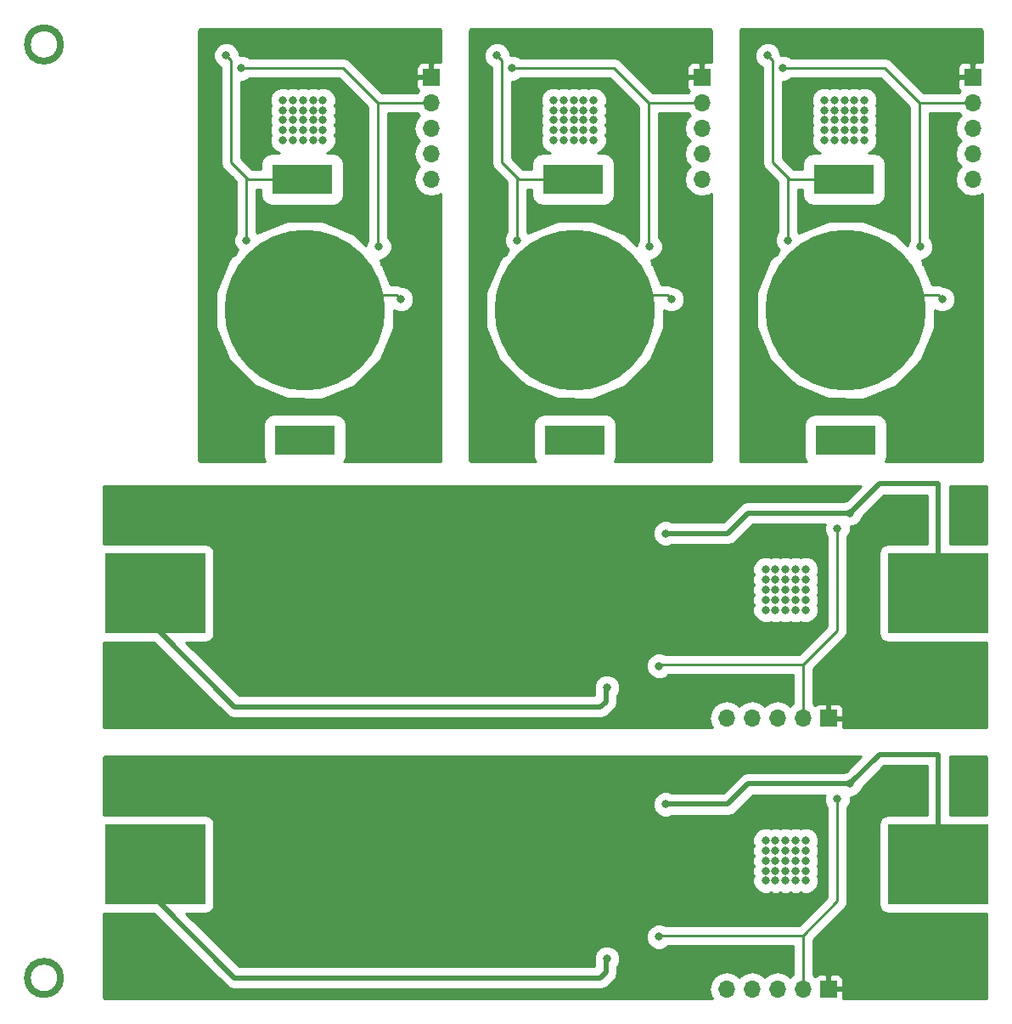
<source format=gbl>
G04 #@! TF.GenerationSoftware,KiCad,Pcbnew,no-vcs-found*
G04 #@! TF.CreationDate,2017-01-05T13:18:46+01:00*
G04 #@! TF.ProjectId,ESP32-HELP-Button-pan,45535033322D48454C502D427574746F,rev?*
G04 #@! TF.FileFunction,Copper,L2,Bot,Signal*
G04 #@! TF.FilePolarity,Positive*
%FSLAX46Y46*%
G04 Gerber Fmt 4.6, Leading zero omitted, Abs format (unit mm)*
G04 Created by KiCad (PCBNEW no-vcs-found) date Thu Jan  5 13:18:46 2017*
%MOMM*%
%LPD*%
G01*
G04 APERTURE LIST*
%ADD10C,0.100000*%
%ADD11C,0.381000*%
%ADD12C,0.800000*%
%ADD13R,1.700000X1.700000*%
%ADD14O,1.700000X1.700000*%
%ADD15R,6.000000X3.000000*%
%ADD16C,16.000000*%
%ADD17C,0.600000*%
%ADD18R,10.000000X8.000000*%
%ADD19C,0.250000*%
%ADD20C,0.500000*%
%ADD21C,0.254000*%
G04 APERTURE END LIST*
D10*
D11*
X34790700Y-73000000D02*
G75*
G03X34790700Y-73000000I-1790700J0D01*
G01*
X34529080Y-73000000D02*
G75*
G03X34529080Y-73000000I-1529080J0D01*
G01*
X34529080Y-166000000D02*
G75*
G03X34529080Y-166000000I-1529080J0D01*
G01*
X34790700Y-166000000D02*
G75*
G03X34790700Y-166000000I-1790700J0D01*
G01*
D12*
X114822000Y-78544000D03*
X114822000Y-79544000D03*
X114822000Y-80544000D03*
X114822000Y-81544000D03*
X114822000Y-82544000D03*
X112822000Y-78544000D03*
X112822000Y-79544000D03*
X112822000Y-80544000D03*
X112822000Y-81544000D03*
X112822000Y-82544000D03*
X113822000Y-82544000D03*
X113822000Y-81544000D03*
X113822000Y-80544000D03*
X113822000Y-79544000D03*
X113822000Y-78544000D03*
X111822000Y-78544000D03*
X111822000Y-79544000D03*
X111822000Y-80544000D03*
X111822000Y-81544000D03*
X111822000Y-82544000D03*
X110822000Y-82544000D03*
X110822000Y-81544000D03*
X110822000Y-80544000D03*
X110822000Y-79544000D03*
X110822000Y-78544000D03*
D13*
X125620000Y-76263000D03*
D14*
X125620000Y-78803000D03*
X125620000Y-81343000D03*
X125620000Y-83883000D03*
X125620000Y-86423000D03*
D15*
X112773131Y-86432039D03*
X112973131Y-112432039D03*
D16*
X112973131Y-99432039D03*
D17*
X118127000Y-81597000D03*
X123334000Y-88201000D03*
X120794000Y-94805000D03*
X106951000Y-71945000D03*
X107967000Y-71945000D03*
X108983000Y-71945000D03*
X110126000Y-71945000D03*
X111142000Y-71945000D03*
X112158000Y-71945000D03*
X113174000Y-71945000D03*
X114190000Y-71945000D03*
X115206000Y-71945000D03*
X116222000Y-71945000D03*
X117238000Y-71945000D03*
X118254000Y-71945000D03*
X119270000Y-71945000D03*
X105808000Y-71945000D03*
D12*
X87822000Y-78544000D03*
X87822000Y-79544000D03*
X87822000Y-80544000D03*
X87822000Y-81544000D03*
X87822000Y-82544000D03*
X85822000Y-78544000D03*
X85822000Y-79544000D03*
X85822000Y-80544000D03*
X85822000Y-81544000D03*
X85822000Y-82544000D03*
X86822000Y-82544000D03*
X86822000Y-81544000D03*
X86822000Y-80544000D03*
X86822000Y-79544000D03*
X86822000Y-78544000D03*
X84822000Y-78544000D03*
X84822000Y-79544000D03*
X84822000Y-80544000D03*
X84822000Y-81544000D03*
X84822000Y-82544000D03*
X83822000Y-82544000D03*
X83822000Y-81544000D03*
X83822000Y-80544000D03*
X83822000Y-79544000D03*
X83822000Y-78544000D03*
D13*
X98620000Y-76263000D03*
D14*
X98620000Y-78803000D03*
X98620000Y-81343000D03*
X98620000Y-83883000D03*
X98620000Y-86423000D03*
D15*
X85773131Y-86432039D03*
X85973131Y-112432039D03*
D16*
X85973131Y-99432039D03*
D17*
X91127000Y-81597000D03*
X96334000Y-88201000D03*
X93794000Y-94805000D03*
X79951000Y-71945000D03*
X80967000Y-71945000D03*
X81983000Y-71945000D03*
X83126000Y-71945000D03*
X84142000Y-71945000D03*
X85158000Y-71945000D03*
X86174000Y-71945000D03*
X87190000Y-71945000D03*
X88206000Y-71945000D03*
X89222000Y-71945000D03*
X90238000Y-71945000D03*
X91254000Y-71945000D03*
X92270000Y-71945000D03*
X78808000Y-71945000D03*
D18*
X44075000Y-127674000D03*
X122175000Y-127674000D03*
D12*
X108956000Y-129322000D03*
X107956000Y-129322000D03*
X106956000Y-129322000D03*
X105956000Y-129322000D03*
X104956000Y-129322000D03*
X108956000Y-127322000D03*
X107956000Y-127322000D03*
X106956000Y-127322000D03*
X105956000Y-127322000D03*
X104956000Y-127322000D03*
X104956000Y-128322000D03*
X105956000Y-128322000D03*
X106956000Y-128322000D03*
X107956000Y-128322000D03*
X108956000Y-128322000D03*
X108956000Y-126322000D03*
X107956000Y-126322000D03*
X106956000Y-126322000D03*
X105956000Y-126322000D03*
X104956000Y-126322000D03*
X104956000Y-125322000D03*
X105956000Y-125322000D03*
X106956000Y-125322000D03*
X107956000Y-125322000D03*
X108956000Y-125322000D03*
D13*
X111237000Y-140120000D03*
D14*
X108697000Y-140120000D03*
X106157000Y-140120000D03*
X103617000Y-140120000D03*
X101077000Y-140120000D03*
D17*
X105903000Y-132627000D03*
X99299000Y-137834000D03*
X92695000Y-135294000D03*
X115555000Y-121451000D03*
X115555000Y-122467000D03*
X115555000Y-123483000D03*
X115555000Y-124626000D03*
X115555000Y-125642000D03*
X115555000Y-126658000D03*
X115555000Y-127674000D03*
X115555000Y-128690000D03*
X115555000Y-129706000D03*
X115555000Y-130722000D03*
X115555000Y-131738000D03*
X115555000Y-132754000D03*
X115555000Y-133770000D03*
X115555000Y-120435000D03*
X126620000Y-117387000D03*
X51808000Y-71945000D03*
X65270000Y-71945000D03*
X64254000Y-71945000D03*
X63238000Y-71945000D03*
X62222000Y-71945000D03*
X61206000Y-71945000D03*
X60190000Y-71945000D03*
X59174000Y-71945000D03*
X58158000Y-71945000D03*
X57142000Y-71945000D03*
X56126000Y-71945000D03*
X54983000Y-71945000D03*
X53967000Y-71945000D03*
X52951000Y-71945000D03*
X66794000Y-94805000D03*
X69334000Y-88201000D03*
X64127000Y-81597000D03*
D16*
X58973131Y-99432039D03*
D15*
X58973131Y-112432039D03*
X58773131Y-86432039D03*
D14*
X71620000Y-86423000D03*
X71620000Y-83883000D03*
X71620000Y-81343000D03*
X71620000Y-78803000D03*
D13*
X71620000Y-76263000D03*
D12*
X56822000Y-78544000D03*
X56822000Y-79544000D03*
X56822000Y-80544000D03*
X56822000Y-81544000D03*
X56822000Y-82544000D03*
X57822000Y-82544000D03*
X57822000Y-81544000D03*
X57822000Y-80544000D03*
X57822000Y-79544000D03*
X57822000Y-78544000D03*
X59822000Y-78544000D03*
X59822000Y-79544000D03*
X59822000Y-80544000D03*
X59822000Y-81544000D03*
X59822000Y-82544000D03*
X58822000Y-82544000D03*
X58822000Y-81544000D03*
X58822000Y-80544000D03*
X58822000Y-79544000D03*
X58822000Y-78544000D03*
X60822000Y-82544000D03*
X60822000Y-81544000D03*
X60822000Y-80544000D03*
X60822000Y-79544000D03*
X60822000Y-78544000D03*
D17*
X126620000Y-144387000D03*
X115555000Y-147435000D03*
X115555000Y-160770000D03*
X115555000Y-159754000D03*
X115555000Y-158738000D03*
X115555000Y-157722000D03*
X115555000Y-156706000D03*
X115555000Y-155690000D03*
X115555000Y-154674000D03*
X115555000Y-153658000D03*
X115555000Y-152642000D03*
X115555000Y-151626000D03*
X115555000Y-150483000D03*
X115555000Y-149467000D03*
X115555000Y-148451000D03*
X92695000Y-162294000D03*
X99299000Y-164834000D03*
X105903000Y-159627000D03*
D14*
X101077000Y-167120000D03*
X103617000Y-167120000D03*
X106157000Y-167120000D03*
X108697000Y-167120000D03*
D13*
X111237000Y-167120000D03*
D12*
X108956000Y-152322000D03*
X107956000Y-152322000D03*
X106956000Y-152322000D03*
X105956000Y-152322000D03*
X104956000Y-152322000D03*
X104956000Y-153322000D03*
X105956000Y-153322000D03*
X106956000Y-153322000D03*
X107956000Y-153322000D03*
X108956000Y-153322000D03*
X108956000Y-155322000D03*
X107956000Y-155322000D03*
X106956000Y-155322000D03*
X105956000Y-155322000D03*
X104956000Y-155322000D03*
X104956000Y-154322000D03*
X105956000Y-154322000D03*
X106956000Y-154322000D03*
X107956000Y-154322000D03*
X108956000Y-154322000D03*
X104956000Y-156322000D03*
X105956000Y-156322000D03*
X106956000Y-156322000D03*
X107956000Y-156322000D03*
X108956000Y-156322000D03*
D18*
X122175000Y-154674000D03*
X44075000Y-154674000D03*
D12*
X122572000Y-98361000D03*
X95572000Y-98361000D03*
X89139000Y-137072000D03*
X68572000Y-98361000D03*
X89139000Y-164072000D03*
X105173000Y-74104000D03*
X107205000Y-92519000D03*
X78173000Y-74104000D03*
X80205000Y-92519000D03*
X113396000Y-119673000D03*
X94981000Y-121705000D03*
X53205000Y-92519000D03*
X51173000Y-74104000D03*
X94981000Y-148705000D03*
X113396000Y-146673000D03*
X106697000Y-75374000D03*
X120413000Y-93154000D03*
X79697000Y-75374000D03*
X93413000Y-93154000D03*
X112126000Y-121197000D03*
X94346000Y-134913000D03*
X66413000Y-93154000D03*
X52697000Y-75374000D03*
X94346000Y-161913000D03*
X112126000Y-148197000D03*
X103526653Y-93793653D03*
X105930347Y-93793653D03*
X76526653Y-93793653D03*
X78930347Y-93793653D03*
X93706347Y-118026653D03*
X93706347Y-120430347D03*
X51930347Y-93793653D03*
X49526653Y-93793653D03*
X93706347Y-147430347D03*
X93706347Y-145026653D03*
D19*
X114444169Y-97961001D02*
X112973131Y-99432039D01*
X122172001Y-97961001D02*
X114444169Y-97961001D01*
X122572000Y-98361000D02*
X122172001Y-97961001D01*
X87444169Y-97961001D02*
X85973131Y-99432039D01*
X95172001Y-97961001D02*
X87444169Y-97961001D01*
X95572000Y-98361000D02*
X95172001Y-97961001D01*
X44075000Y-127674000D02*
X44075000Y-131075000D01*
D20*
X89028000Y-137183000D02*
X89139000Y-137072000D01*
X89028000Y-138469000D02*
X89028000Y-137183000D01*
X88497000Y-139000000D02*
X89028000Y-138469000D01*
X52000000Y-139000000D02*
X88497000Y-139000000D01*
X44075000Y-131075000D02*
X52000000Y-139000000D01*
D19*
X68572000Y-98361000D02*
X68172001Y-97961001D01*
X68172001Y-97961001D02*
X60444169Y-97961001D01*
X60444169Y-97961001D02*
X58973131Y-99432039D01*
D20*
X44075000Y-158075000D02*
X52000000Y-166000000D01*
X52000000Y-166000000D02*
X88497000Y-166000000D01*
X88497000Y-166000000D02*
X89028000Y-165469000D01*
X89028000Y-165469000D02*
X89028000Y-164183000D01*
X89028000Y-164183000D02*
X89139000Y-164072000D01*
D19*
X44075000Y-154674000D02*
X44075000Y-158075000D01*
X112773131Y-86432039D02*
X107341039Y-86432039D01*
X107341039Y-86432039D02*
X105681000Y-84772000D01*
X105681000Y-74612000D02*
X105173000Y-74104000D01*
X105681000Y-84772000D02*
X105681000Y-74612000D01*
X105681000Y-84772000D02*
X107205000Y-86296000D01*
X107205000Y-91953315D02*
X107205000Y-92519000D01*
X107205000Y-86296000D02*
X107205000Y-91953315D01*
X85773131Y-86432039D02*
X80341039Y-86432039D01*
X80341039Y-86432039D02*
X78681000Y-84772000D01*
X78681000Y-74612000D02*
X78173000Y-74104000D01*
X78681000Y-84772000D02*
X78681000Y-74612000D01*
X78681000Y-84772000D02*
X80205000Y-86296000D01*
X80205000Y-91953315D02*
X80205000Y-92519000D01*
X80205000Y-86296000D02*
X80205000Y-91953315D01*
D20*
X103236000Y-119673000D02*
X113396000Y-119673000D01*
X101204000Y-121705000D02*
X102728000Y-120181000D01*
X101204000Y-121705000D02*
X95546685Y-121705000D01*
X95546685Y-121705000D02*
X94981000Y-121705000D01*
X102728000Y-120181000D02*
X103236000Y-119673000D01*
X116317000Y-116752000D02*
X113396000Y-119673000D01*
X122175000Y-116752000D02*
X116317000Y-116752000D01*
X122175000Y-127674000D02*
X122175000Y-116752000D01*
D19*
X53205000Y-86296000D02*
X53205000Y-91953315D01*
X53205000Y-91953315D02*
X53205000Y-92519000D01*
X51681000Y-84772000D02*
X53205000Y-86296000D01*
X51681000Y-84772000D02*
X51681000Y-74612000D01*
X51681000Y-74612000D02*
X51173000Y-74104000D01*
X53341039Y-86432039D02*
X51681000Y-84772000D01*
X58773131Y-86432039D02*
X53341039Y-86432039D01*
D20*
X122175000Y-154674000D02*
X122175000Y-143752000D01*
X122175000Y-143752000D02*
X116317000Y-143752000D01*
X116317000Y-143752000D02*
X113396000Y-146673000D01*
X102728000Y-147181000D02*
X103236000Y-146673000D01*
X95546685Y-148705000D02*
X94981000Y-148705000D01*
X101204000Y-148705000D02*
X95546685Y-148705000D01*
X101204000Y-148705000D02*
X102728000Y-147181000D01*
X103236000Y-146673000D02*
X113396000Y-146673000D01*
D19*
X106697000Y-75374000D02*
X116857000Y-75374000D01*
X120286000Y-78803000D02*
X125620000Y-78803000D01*
X116857000Y-75374000D02*
X120286000Y-78803000D01*
X120286000Y-93027000D02*
X120413000Y-93154000D01*
X120286000Y-78803000D02*
X120286000Y-93027000D01*
X79697000Y-75374000D02*
X89857000Y-75374000D01*
X93286000Y-78803000D02*
X98620000Y-78803000D01*
X89857000Y-75374000D02*
X93286000Y-78803000D01*
X93286000Y-93027000D02*
X93413000Y-93154000D01*
X93286000Y-78803000D02*
X93286000Y-93027000D01*
X112126000Y-121197000D02*
X112126000Y-131357000D01*
X108697000Y-134786000D02*
X108697000Y-140120000D01*
X112126000Y-131357000D02*
X108697000Y-134786000D01*
X94473000Y-134786000D02*
X94346000Y-134913000D01*
X108697000Y-134786000D02*
X94473000Y-134786000D01*
X66286000Y-78803000D02*
X66286000Y-93027000D01*
X66286000Y-93027000D02*
X66413000Y-93154000D01*
X62857000Y-75374000D02*
X66286000Y-78803000D01*
X66286000Y-78803000D02*
X71620000Y-78803000D01*
X52697000Y-75374000D02*
X62857000Y-75374000D01*
X108697000Y-161786000D02*
X94473000Y-161786000D01*
X94473000Y-161786000D02*
X94346000Y-161913000D01*
X112126000Y-158357000D02*
X108697000Y-161786000D01*
X108697000Y-161786000D02*
X108697000Y-167120000D01*
X112126000Y-148197000D02*
X112126000Y-158357000D01*
X105930347Y-93793653D02*
X103526653Y-93793653D01*
X78930347Y-93793653D02*
X76526653Y-93793653D01*
X93706347Y-120430347D02*
X93706347Y-118026653D01*
X51930347Y-93793653D02*
X49526653Y-93793653D01*
X93706347Y-147430347D02*
X93706347Y-145026653D01*
D21*
G36*
X72506549Y-71484188D02*
X72512102Y-71487899D01*
X72515812Y-71493451D01*
X72536000Y-71594944D01*
X72536000Y-74778000D01*
X71905750Y-74778000D01*
X71747000Y-74936750D01*
X71747000Y-76136000D01*
X71767000Y-76136000D01*
X71767000Y-76390000D01*
X71747000Y-76390000D01*
X71747000Y-76410000D01*
X71493000Y-76410000D01*
X71493000Y-76390000D01*
X70293750Y-76390000D01*
X70135000Y-76548750D01*
X70135000Y-77239310D01*
X70231673Y-77472699D01*
X70346676Y-77587702D01*
X70212173Y-77789000D01*
X66706012Y-77789000D01*
X64203702Y-75286690D01*
X70135000Y-75286690D01*
X70135000Y-75977250D01*
X70293750Y-76136000D01*
X71493000Y-76136000D01*
X71493000Y-74936750D01*
X71334250Y-74778000D01*
X70643691Y-74778000D01*
X70410302Y-74874673D01*
X70231673Y-75053301D01*
X70135000Y-75286690D01*
X64203702Y-75286690D01*
X63574006Y-74656994D01*
X63245041Y-74437186D01*
X62857000Y-74360000D01*
X53506101Y-74360000D01*
X53428113Y-74281876D01*
X52954523Y-74085224D01*
X52524864Y-74084849D01*
X52462099Y-73990915D01*
X52462223Y-73848727D01*
X52266398Y-73374794D01*
X51904113Y-73011876D01*
X51430523Y-72815224D01*
X50917727Y-72814777D01*
X50443794Y-73010602D01*
X50080876Y-73372887D01*
X49884224Y-73846477D01*
X49883777Y-74359273D01*
X50079602Y-74833206D01*
X50441887Y-75196124D01*
X50667000Y-75289599D01*
X50667000Y-84772000D01*
X50744186Y-85160041D01*
X50963994Y-85489006D01*
X51770988Y-86296000D01*
X52191000Y-86716013D01*
X52191000Y-91709899D01*
X52112876Y-91787887D01*
X51916224Y-92261477D01*
X51915777Y-92774273D01*
X52111602Y-93248206D01*
X52348306Y-93485323D01*
X51441797Y-94390251D01*
X50085677Y-97656150D01*
X50082591Y-101192413D01*
X51433009Y-104460675D01*
X53931343Y-106963373D01*
X57197242Y-108319493D01*
X60733505Y-108322579D01*
X64001767Y-106972161D01*
X66504465Y-104473827D01*
X67860585Y-101207928D01*
X67862109Y-99461936D01*
X68314477Y-99649776D01*
X68827273Y-99650223D01*
X69301206Y-99454398D01*
X69664124Y-99092113D01*
X69860776Y-98618523D01*
X69861223Y-98105727D01*
X69665398Y-97631794D01*
X69303113Y-97268876D01*
X68829523Y-97072224D01*
X68631676Y-97072052D01*
X68560042Y-97024187D01*
X68172001Y-96947001D01*
X67564246Y-96947001D01*
X66529656Y-94443102D01*
X66668273Y-94443223D01*
X67142206Y-94247398D01*
X67505124Y-93885113D01*
X67701776Y-93411523D01*
X67702223Y-92898727D01*
X67506398Y-92424794D01*
X67300000Y-92218035D01*
X67300000Y-79817000D01*
X70212173Y-79817000D01*
X70356272Y-80032659D01*
X70416647Y-80073000D01*
X70356272Y-80113341D01*
X69979304Y-80677514D01*
X69846931Y-81343000D01*
X69979304Y-82008486D01*
X70356272Y-82572659D01*
X70416647Y-82613000D01*
X70356272Y-82653341D01*
X69979304Y-83217514D01*
X69846931Y-83883000D01*
X69979304Y-84548486D01*
X70356272Y-85112659D01*
X70416647Y-85153000D01*
X70356272Y-85193341D01*
X69979304Y-85757514D01*
X69846931Y-86423000D01*
X69979304Y-87088486D01*
X70356272Y-87652659D01*
X70920445Y-88029627D01*
X71585931Y-88162000D01*
X71654069Y-88162000D01*
X72319555Y-88029627D01*
X72536000Y-87885003D01*
X72536000Y-114405056D01*
X72515812Y-114506549D01*
X72512102Y-114512101D01*
X72506549Y-114515812D01*
X72405056Y-114536000D01*
X62925009Y-114536000D01*
X63034742Y-114371772D01*
X63122210Y-113932039D01*
X63122210Y-110932039D01*
X63034742Y-110492306D01*
X62785653Y-110119517D01*
X62412864Y-109870428D01*
X61973131Y-109782960D01*
X55973131Y-109782960D01*
X55533398Y-109870428D01*
X55160609Y-110119517D01*
X54911520Y-110492306D01*
X54824052Y-110932039D01*
X54824052Y-113932039D01*
X54911520Y-114371772D01*
X55021253Y-114536000D01*
X48594944Y-114536000D01*
X48493451Y-114515812D01*
X48487899Y-114512102D01*
X48484188Y-114506549D01*
X48464000Y-114405056D01*
X48464000Y-71594944D01*
X48484188Y-71493451D01*
X48487899Y-71487898D01*
X48493451Y-71484188D01*
X48594944Y-71464000D01*
X72405056Y-71464000D01*
X72506549Y-71484188D01*
X72506549Y-71484188D01*
G37*
X72506549Y-71484188D02*
X72512102Y-71487899D01*
X72515812Y-71493451D01*
X72536000Y-71594944D01*
X72536000Y-74778000D01*
X71905750Y-74778000D01*
X71747000Y-74936750D01*
X71747000Y-76136000D01*
X71767000Y-76136000D01*
X71767000Y-76390000D01*
X71747000Y-76390000D01*
X71747000Y-76410000D01*
X71493000Y-76410000D01*
X71493000Y-76390000D01*
X70293750Y-76390000D01*
X70135000Y-76548750D01*
X70135000Y-77239310D01*
X70231673Y-77472699D01*
X70346676Y-77587702D01*
X70212173Y-77789000D01*
X66706012Y-77789000D01*
X64203702Y-75286690D01*
X70135000Y-75286690D01*
X70135000Y-75977250D01*
X70293750Y-76136000D01*
X71493000Y-76136000D01*
X71493000Y-74936750D01*
X71334250Y-74778000D01*
X70643691Y-74778000D01*
X70410302Y-74874673D01*
X70231673Y-75053301D01*
X70135000Y-75286690D01*
X64203702Y-75286690D01*
X63574006Y-74656994D01*
X63245041Y-74437186D01*
X62857000Y-74360000D01*
X53506101Y-74360000D01*
X53428113Y-74281876D01*
X52954523Y-74085224D01*
X52524864Y-74084849D01*
X52462099Y-73990915D01*
X52462223Y-73848727D01*
X52266398Y-73374794D01*
X51904113Y-73011876D01*
X51430523Y-72815224D01*
X50917727Y-72814777D01*
X50443794Y-73010602D01*
X50080876Y-73372887D01*
X49884224Y-73846477D01*
X49883777Y-74359273D01*
X50079602Y-74833206D01*
X50441887Y-75196124D01*
X50667000Y-75289599D01*
X50667000Y-84772000D01*
X50744186Y-85160041D01*
X50963994Y-85489006D01*
X51770988Y-86296000D01*
X52191000Y-86716013D01*
X52191000Y-91709899D01*
X52112876Y-91787887D01*
X51916224Y-92261477D01*
X51915777Y-92774273D01*
X52111602Y-93248206D01*
X52348306Y-93485323D01*
X51441797Y-94390251D01*
X50085677Y-97656150D01*
X50082591Y-101192413D01*
X51433009Y-104460675D01*
X53931343Y-106963373D01*
X57197242Y-108319493D01*
X60733505Y-108322579D01*
X64001767Y-106972161D01*
X66504465Y-104473827D01*
X67860585Y-101207928D01*
X67862109Y-99461936D01*
X68314477Y-99649776D01*
X68827273Y-99650223D01*
X69301206Y-99454398D01*
X69664124Y-99092113D01*
X69860776Y-98618523D01*
X69861223Y-98105727D01*
X69665398Y-97631794D01*
X69303113Y-97268876D01*
X68829523Y-97072224D01*
X68631676Y-97072052D01*
X68560042Y-97024187D01*
X68172001Y-96947001D01*
X67564246Y-96947001D01*
X66529656Y-94443102D01*
X66668273Y-94443223D01*
X67142206Y-94247398D01*
X67505124Y-93885113D01*
X67701776Y-93411523D01*
X67702223Y-92898727D01*
X67506398Y-92424794D01*
X67300000Y-92218035D01*
X67300000Y-79817000D01*
X70212173Y-79817000D01*
X70356272Y-80032659D01*
X70416647Y-80073000D01*
X70356272Y-80113341D01*
X69979304Y-80677514D01*
X69846931Y-81343000D01*
X69979304Y-82008486D01*
X70356272Y-82572659D01*
X70416647Y-82613000D01*
X70356272Y-82653341D01*
X69979304Y-83217514D01*
X69846931Y-83883000D01*
X69979304Y-84548486D01*
X70356272Y-85112659D01*
X70416647Y-85153000D01*
X70356272Y-85193341D01*
X69979304Y-85757514D01*
X69846931Y-86423000D01*
X69979304Y-87088486D01*
X70356272Y-87652659D01*
X70920445Y-88029627D01*
X71585931Y-88162000D01*
X71654069Y-88162000D01*
X72319555Y-88029627D01*
X72536000Y-87885003D01*
X72536000Y-114405056D01*
X72515812Y-114506549D01*
X72512102Y-114512101D01*
X72506549Y-114515812D01*
X72405056Y-114536000D01*
X62925009Y-114536000D01*
X63034742Y-114371772D01*
X63122210Y-113932039D01*
X63122210Y-110932039D01*
X63034742Y-110492306D01*
X62785653Y-110119517D01*
X62412864Y-109870428D01*
X61973131Y-109782960D01*
X55973131Y-109782960D01*
X55533398Y-109870428D01*
X55160609Y-110119517D01*
X54911520Y-110492306D01*
X54824052Y-110932039D01*
X54824052Y-113932039D01*
X54911520Y-114371772D01*
X55021253Y-114536000D01*
X48594944Y-114536000D01*
X48493451Y-114515812D01*
X48487899Y-114512102D01*
X48484188Y-114506549D01*
X48464000Y-114405056D01*
X48464000Y-71594944D01*
X48484188Y-71493451D01*
X48487899Y-71487898D01*
X48493451Y-71484188D01*
X48594944Y-71464000D01*
X72405056Y-71464000D01*
X72506549Y-71484188D01*
G36*
X65272000Y-79223012D02*
X65272000Y-92540593D01*
X65124224Y-92896477D01*
X65124123Y-93011847D01*
X64014919Y-91900705D01*
X60749020Y-90544585D01*
X57212757Y-90541499D01*
X54267226Y-91758567D01*
X54219000Y-91710257D01*
X54219000Y-87446039D01*
X54624052Y-87446039D01*
X54624052Y-87932039D01*
X54711520Y-88371772D01*
X54960609Y-88744561D01*
X55333398Y-88993650D01*
X55773131Y-89081118D01*
X61773131Y-89081118D01*
X62212864Y-88993650D01*
X62585653Y-88744561D01*
X62834742Y-88371772D01*
X62922210Y-87932039D01*
X62922210Y-84932039D01*
X62834742Y-84492306D01*
X62585653Y-84119517D01*
X62212864Y-83870428D01*
X61773131Y-83782960D01*
X61198919Y-83782960D01*
X61551206Y-83637398D01*
X61914124Y-83275113D01*
X62110776Y-82801523D01*
X62111223Y-82288727D01*
X62010097Y-82043984D01*
X62110776Y-81801523D01*
X62111223Y-81288727D01*
X62010097Y-81043984D01*
X62110776Y-80801523D01*
X62111223Y-80288727D01*
X62010097Y-80043984D01*
X62110776Y-79801523D01*
X62111223Y-79288727D01*
X62010097Y-79043984D01*
X62110776Y-78801523D01*
X62111223Y-78288727D01*
X61915398Y-77814794D01*
X61553113Y-77451876D01*
X61079523Y-77255224D01*
X60566727Y-77254777D01*
X60321984Y-77355903D01*
X60079523Y-77255224D01*
X59566727Y-77254777D01*
X59321984Y-77355903D01*
X59079523Y-77255224D01*
X58566727Y-77254777D01*
X58321984Y-77355903D01*
X58079523Y-77255224D01*
X57566727Y-77254777D01*
X57321984Y-77355903D01*
X57079523Y-77255224D01*
X56566727Y-77254777D01*
X56092794Y-77450602D01*
X55729876Y-77812887D01*
X55533224Y-78286477D01*
X55532777Y-78799273D01*
X55633903Y-79044016D01*
X55533224Y-79286477D01*
X55532777Y-79799273D01*
X55633903Y-80044016D01*
X55533224Y-80286477D01*
X55532777Y-80799273D01*
X55633903Y-81044016D01*
X55533224Y-81286477D01*
X55532777Y-81799273D01*
X55633903Y-82044016D01*
X55533224Y-82286477D01*
X55532777Y-82799273D01*
X55728602Y-83273206D01*
X56090887Y-83636124D01*
X56444507Y-83782960D01*
X55773131Y-83782960D01*
X55333398Y-83870428D01*
X54960609Y-84119517D01*
X54711520Y-84492306D01*
X54624052Y-84932039D01*
X54624052Y-85418039D01*
X53761052Y-85418039D01*
X52695000Y-84351988D01*
X52695000Y-76662999D01*
X52952273Y-76663223D01*
X53426206Y-76467398D01*
X53505743Y-76388000D01*
X62436988Y-76388000D01*
X65272000Y-79223012D01*
X65272000Y-79223012D01*
G37*
X65272000Y-79223012D02*
X65272000Y-92540593D01*
X65124224Y-92896477D01*
X65124123Y-93011847D01*
X64014919Y-91900705D01*
X60749020Y-90544585D01*
X57212757Y-90541499D01*
X54267226Y-91758567D01*
X54219000Y-91710257D01*
X54219000Y-87446039D01*
X54624052Y-87446039D01*
X54624052Y-87932039D01*
X54711520Y-88371772D01*
X54960609Y-88744561D01*
X55333398Y-88993650D01*
X55773131Y-89081118D01*
X61773131Y-89081118D01*
X62212864Y-88993650D01*
X62585653Y-88744561D01*
X62834742Y-88371772D01*
X62922210Y-87932039D01*
X62922210Y-84932039D01*
X62834742Y-84492306D01*
X62585653Y-84119517D01*
X62212864Y-83870428D01*
X61773131Y-83782960D01*
X61198919Y-83782960D01*
X61551206Y-83637398D01*
X61914124Y-83275113D01*
X62110776Y-82801523D01*
X62111223Y-82288727D01*
X62010097Y-82043984D01*
X62110776Y-81801523D01*
X62111223Y-81288727D01*
X62010097Y-81043984D01*
X62110776Y-80801523D01*
X62111223Y-80288727D01*
X62010097Y-80043984D01*
X62110776Y-79801523D01*
X62111223Y-79288727D01*
X62010097Y-79043984D01*
X62110776Y-78801523D01*
X62111223Y-78288727D01*
X61915398Y-77814794D01*
X61553113Y-77451876D01*
X61079523Y-77255224D01*
X60566727Y-77254777D01*
X60321984Y-77355903D01*
X60079523Y-77255224D01*
X59566727Y-77254777D01*
X59321984Y-77355903D01*
X59079523Y-77255224D01*
X58566727Y-77254777D01*
X58321984Y-77355903D01*
X58079523Y-77255224D01*
X57566727Y-77254777D01*
X57321984Y-77355903D01*
X57079523Y-77255224D01*
X56566727Y-77254777D01*
X56092794Y-77450602D01*
X55729876Y-77812887D01*
X55533224Y-78286477D01*
X55532777Y-78799273D01*
X55633903Y-79044016D01*
X55533224Y-79286477D01*
X55532777Y-79799273D01*
X55633903Y-80044016D01*
X55533224Y-80286477D01*
X55532777Y-80799273D01*
X55633903Y-81044016D01*
X55533224Y-81286477D01*
X55532777Y-81799273D01*
X55633903Y-82044016D01*
X55533224Y-82286477D01*
X55532777Y-82799273D01*
X55728602Y-83273206D01*
X56090887Y-83636124D01*
X56444507Y-83782960D01*
X55773131Y-83782960D01*
X55333398Y-83870428D01*
X54960609Y-84119517D01*
X54711520Y-84492306D01*
X54624052Y-84932039D01*
X54624052Y-85418039D01*
X53761052Y-85418039D01*
X52695000Y-84351988D01*
X52695000Y-76662999D01*
X52952273Y-76663223D01*
X53426206Y-76467398D01*
X53505743Y-76388000D01*
X62436988Y-76388000D01*
X65272000Y-79223012D01*
G36*
X121036000Y-149767584D02*
X117175000Y-149767584D01*
X116828130Y-149836581D01*
X116534067Y-150033067D01*
X116337581Y-150327130D01*
X116268584Y-150674000D01*
X116268584Y-158674000D01*
X116337581Y-159020870D01*
X116534067Y-159314933D01*
X116828130Y-159511419D01*
X117175000Y-159580416D01*
X127036000Y-159580416D01*
X127036000Y-167905056D01*
X127015812Y-168006549D01*
X127012102Y-168012101D01*
X127006549Y-168015812D01*
X126905056Y-168036000D01*
X112722000Y-168036000D01*
X112722000Y-167405750D01*
X112563250Y-167247000D01*
X111364000Y-167247000D01*
X111364000Y-167267000D01*
X111110000Y-167267000D01*
X111110000Y-167247000D01*
X111090000Y-167247000D01*
X111090000Y-166993000D01*
X111110000Y-166993000D01*
X111110000Y-165793750D01*
X111364000Y-165793750D01*
X111364000Y-166993000D01*
X112563250Y-166993000D01*
X112722000Y-166834250D01*
X112722000Y-166143691D01*
X112625327Y-165910302D01*
X112446699Y-165731673D01*
X112213310Y-165635000D01*
X111522750Y-165635000D01*
X111364000Y-165793750D01*
X111110000Y-165793750D01*
X110951250Y-165635000D01*
X110260690Y-165635000D01*
X110027301Y-165731673D01*
X109912298Y-165846676D01*
X109711000Y-165712173D01*
X109711000Y-162206012D01*
X112843006Y-159074006D01*
X113062814Y-158745041D01*
X113076945Y-158674000D01*
X113140000Y-158357000D01*
X113140000Y-149006101D01*
X113218124Y-148928113D01*
X113414776Y-148454523D01*
X113415205Y-147962017D01*
X113651273Y-147962223D01*
X114125206Y-147766398D01*
X114488124Y-147404113D01*
X114638981Y-147040808D01*
X116788789Y-144891000D01*
X121036000Y-144891000D01*
X121036000Y-149767584D01*
X121036000Y-149767584D01*
G37*
X121036000Y-149767584D02*
X117175000Y-149767584D01*
X116828130Y-149836581D01*
X116534067Y-150033067D01*
X116337581Y-150327130D01*
X116268584Y-150674000D01*
X116268584Y-158674000D01*
X116337581Y-159020870D01*
X116534067Y-159314933D01*
X116828130Y-159511419D01*
X117175000Y-159580416D01*
X127036000Y-159580416D01*
X127036000Y-167905056D01*
X127015812Y-168006549D01*
X127012102Y-168012101D01*
X127006549Y-168015812D01*
X126905056Y-168036000D01*
X112722000Y-168036000D01*
X112722000Y-167405750D01*
X112563250Y-167247000D01*
X111364000Y-167247000D01*
X111364000Y-167267000D01*
X111110000Y-167267000D01*
X111110000Y-167247000D01*
X111090000Y-167247000D01*
X111090000Y-166993000D01*
X111110000Y-166993000D01*
X111110000Y-165793750D01*
X111364000Y-165793750D01*
X111364000Y-166993000D01*
X112563250Y-166993000D01*
X112722000Y-166834250D01*
X112722000Y-166143691D01*
X112625327Y-165910302D01*
X112446699Y-165731673D01*
X112213310Y-165635000D01*
X111522750Y-165635000D01*
X111364000Y-165793750D01*
X111110000Y-165793750D01*
X110951250Y-165635000D01*
X110260690Y-165635000D01*
X110027301Y-165731673D01*
X109912298Y-165846676D01*
X109711000Y-165712173D01*
X109711000Y-162206012D01*
X112843006Y-159074006D01*
X113062814Y-158745041D01*
X113076945Y-158674000D01*
X113140000Y-158357000D01*
X113140000Y-149006101D01*
X113218124Y-148928113D01*
X113414776Y-148454523D01*
X113415205Y-147962017D01*
X113651273Y-147962223D01*
X114125206Y-147766398D01*
X114488124Y-147404113D01*
X114638981Y-147040808D01*
X116788789Y-144891000D01*
X121036000Y-144891000D01*
X121036000Y-149767584D01*
G36*
X113027753Y-145430457D02*
X112777159Y-145534000D01*
X103236000Y-145534000D01*
X102800124Y-145620701D01*
X102430605Y-145867605D01*
X102430603Y-145867608D01*
X101922605Y-146375605D01*
X101922603Y-146375608D01*
X100732210Y-147566000D01*
X95599223Y-147566000D01*
X95238523Y-147416224D01*
X94725727Y-147415777D01*
X94251794Y-147611602D01*
X93888876Y-147973887D01*
X93692224Y-148447477D01*
X93691777Y-148960273D01*
X93887602Y-149434206D01*
X94249887Y-149797124D01*
X94723477Y-149993776D01*
X95236273Y-149994223D01*
X95599841Y-149844000D01*
X101203995Y-149844000D01*
X101204000Y-149844001D01*
X101639877Y-149757299D01*
X102009395Y-149510395D01*
X103533392Y-147986397D01*
X103533395Y-147986395D01*
X103707790Y-147812000D01*
X110890157Y-147812000D01*
X110837224Y-147939477D01*
X110836777Y-148452273D01*
X111032602Y-148926206D01*
X111112000Y-149005743D01*
X111112000Y-157936988D01*
X108276988Y-160772000D01*
X94959407Y-160772000D01*
X94603523Y-160624224D01*
X94090727Y-160623777D01*
X93616794Y-160819602D01*
X93253876Y-161181887D01*
X93057224Y-161655477D01*
X93056777Y-162168273D01*
X93252602Y-162642206D01*
X93614887Y-163005124D01*
X94088477Y-163201776D01*
X94601273Y-163202223D01*
X95075206Y-163006398D01*
X95281965Y-162800000D01*
X107683000Y-162800000D01*
X107683000Y-165712173D01*
X107467341Y-165856272D01*
X107427000Y-165916647D01*
X107386659Y-165856272D01*
X106822486Y-165479304D01*
X106157000Y-165346931D01*
X105491514Y-165479304D01*
X104927341Y-165856272D01*
X104887000Y-165916647D01*
X104846659Y-165856272D01*
X104282486Y-165479304D01*
X103617000Y-165346931D01*
X102951514Y-165479304D01*
X102387341Y-165856272D01*
X102347000Y-165916647D01*
X102306659Y-165856272D01*
X101742486Y-165479304D01*
X101077000Y-165346931D01*
X100411514Y-165479304D01*
X99847341Y-165856272D01*
X99470373Y-166420445D01*
X99338000Y-167085931D01*
X99338000Y-167154069D01*
X99470373Y-167819555D01*
X99614997Y-168036000D01*
X39094944Y-168036000D01*
X38993451Y-168015812D01*
X38987899Y-168012102D01*
X38984188Y-168006549D01*
X38964000Y-167905056D01*
X38964000Y-159558337D01*
X39075000Y-159580416D01*
X43969626Y-159580416D01*
X51194603Y-166805392D01*
X51194605Y-166805395D01*
X51564124Y-167052299D01*
X52000000Y-167139000D01*
X88496995Y-167139000D01*
X88497000Y-167139001D01*
X88932877Y-167052299D01*
X89302395Y-166805395D01*
X89833392Y-166274397D01*
X89833395Y-166274395D01*
X90080299Y-165904876D01*
X90167000Y-165469000D01*
X90167000Y-164867125D01*
X90231124Y-164803113D01*
X90427776Y-164329523D01*
X90428223Y-163816727D01*
X90232398Y-163342794D01*
X89870113Y-162979876D01*
X89396523Y-162783224D01*
X88883727Y-162782777D01*
X88409794Y-162978602D01*
X88046876Y-163340887D01*
X87850224Y-163814477D01*
X87849777Y-164327273D01*
X87889000Y-164422200D01*
X87889000Y-164861000D01*
X52471789Y-164861000D01*
X47191206Y-159580416D01*
X49075000Y-159580416D01*
X49421870Y-159511419D01*
X49715933Y-159314933D01*
X49912419Y-159020870D01*
X49981416Y-158674000D01*
X49981416Y-152577273D01*
X103666777Y-152577273D01*
X103767903Y-152822016D01*
X103667224Y-153064477D01*
X103666777Y-153577273D01*
X103767903Y-153822016D01*
X103667224Y-154064477D01*
X103666777Y-154577273D01*
X103767903Y-154822016D01*
X103667224Y-155064477D01*
X103666777Y-155577273D01*
X103767903Y-155822016D01*
X103667224Y-156064477D01*
X103666777Y-156577273D01*
X103862602Y-157051206D01*
X104224887Y-157414124D01*
X104698477Y-157610776D01*
X105211273Y-157611223D01*
X105456016Y-157510097D01*
X105698477Y-157610776D01*
X106211273Y-157611223D01*
X106456016Y-157510097D01*
X106698477Y-157610776D01*
X107211273Y-157611223D01*
X107456016Y-157510097D01*
X107698477Y-157610776D01*
X108211273Y-157611223D01*
X108456016Y-157510097D01*
X108698477Y-157610776D01*
X109211273Y-157611223D01*
X109685206Y-157415398D01*
X110048124Y-157053113D01*
X110244776Y-156579523D01*
X110245223Y-156066727D01*
X110144097Y-155821984D01*
X110244776Y-155579523D01*
X110245223Y-155066727D01*
X110144097Y-154821984D01*
X110244776Y-154579523D01*
X110245223Y-154066727D01*
X110144097Y-153821984D01*
X110244776Y-153579523D01*
X110245223Y-153066727D01*
X110144097Y-152821984D01*
X110244776Y-152579523D01*
X110245223Y-152066727D01*
X110049398Y-151592794D01*
X109687113Y-151229876D01*
X109213523Y-151033224D01*
X108700727Y-151032777D01*
X108455984Y-151133903D01*
X108213523Y-151033224D01*
X107700727Y-151032777D01*
X107455984Y-151133903D01*
X107213523Y-151033224D01*
X106700727Y-151032777D01*
X106455984Y-151133903D01*
X106213523Y-151033224D01*
X105700727Y-151032777D01*
X105455984Y-151133903D01*
X105213523Y-151033224D01*
X104700727Y-151032777D01*
X104226794Y-151228602D01*
X103863876Y-151590887D01*
X103667224Y-152064477D01*
X103666777Y-152577273D01*
X49981416Y-152577273D01*
X49981416Y-150674000D01*
X49912419Y-150327130D01*
X49715933Y-150033067D01*
X49421870Y-149836581D01*
X49075000Y-149767584D01*
X39075000Y-149767584D01*
X38964000Y-149789663D01*
X38964000Y-144094944D01*
X38984188Y-143993451D01*
X38987899Y-143987898D01*
X38993451Y-143984188D01*
X39094944Y-143964000D01*
X114494211Y-143964000D01*
X113027753Y-145430457D01*
X113027753Y-145430457D01*
G37*
X113027753Y-145430457D02*
X112777159Y-145534000D01*
X103236000Y-145534000D01*
X102800124Y-145620701D01*
X102430605Y-145867605D01*
X102430603Y-145867608D01*
X101922605Y-146375605D01*
X101922603Y-146375608D01*
X100732210Y-147566000D01*
X95599223Y-147566000D01*
X95238523Y-147416224D01*
X94725727Y-147415777D01*
X94251794Y-147611602D01*
X93888876Y-147973887D01*
X93692224Y-148447477D01*
X93691777Y-148960273D01*
X93887602Y-149434206D01*
X94249887Y-149797124D01*
X94723477Y-149993776D01*
X95236273Y-149994223D01*
X95599841Y-149844000D01*
X101203995Y-149844000D01*
X101204000Y-149844001D01*
X101639877Y-149757299D01*
X102009395Y-149510395D01*
X103533392Y-147986397D01*
X103533395Y-147986395D01*
X103707790Y-147812000D01*
X110890157Y-147812000D01*
X110837224Y-147939477D01*
X110836777Y-148452273D01*
X111032602Y-148926206D01*
X111112000Y-149005743D01*
X111112000Y-157936988D01*
X108276988Y-160772000D01*
X94959407Y-160772000D01*
X94603523Y-160624224D01*
X94090727Y-160623777D01*
X93616794Y-160819602D01*
X93253876Y-161181887D01*
X93057224Y-161655477D01*
X93056777Y-162168273D01*
X93252602Y-162642206D01*
X93614887Y-163005124D01*
X94088477Y-163201776D01*
X94601273Y-163202223D01*
X95075206Y-163006398D01*
X95281965Y-162800000D01*
X107683000Y-162800000D01*
X107683000Y-165712173D01*
X107467341Y-165856272D01*
X107427000Y-165916647D01*
X107386659Y-165856272D01*
X106822486Y-165479304D01*
X106157000Y-165346931D01*
X105491514Y-165479304D01*
X104927341Y-165856272D01*
X104887000Y-165916647D01*
X104846659Y-165856272D01*
X104282486Y-165479304D01*
X103617000Y-165346931D01*
X102951514Y-165479304D01*
X102387341Y-165856272D01*
X102347000Y-165916647D01*
X102306659Y-165856272D01*
X101742486Y-165479304D01*
X101077000Y-165346931D01*
X100411514Y-165479304D01*
X99847341Y-165856272D01*
X99470373Y-166420445D01*
X99338000Y-167085931D01*
X99338000Y-167154069D01*
X99470373Y-167819555D01*
X99614997Y-168036000D01*
X39094944Y-168036000D01*
X38993451Y-168015812D01*
X38987899Y-168012102D01*
X38984188Y-168006549D01*
X38964000Y-167905056D01*
X38964000Y-159558337D01*
X39075000Y-159580416D01*
X43969626Y-159580416D01*
X51194603Y-166805392D01*
X51194605Y-166805395D01*
X51564124Y-167052299D01*
X52000000Y-167139000D01*
X88496995Y-167139000D01*
X88497000Y-167139001D01*
X88932877Y-167052299D01*
X89302395Y-166805395D01*
X89833392Y-166274397D01*
X89833395Y-166274395D01*
X90080299Y-165904876D01*
X90167000Y-165469000D01*
X90167000Y-164867125D01*
X90231124Y-164803113D01*
X90427776Y-164329523D01*
X90428223Y-163816727D01*
X90232398Y-163342794D01*
X89870113Y-162979876D01*
X89396523Y-162783224D01*
X88883727Y-162782777D01*
X88409794Y-162978602D01*
X88046876Y-163340887D01*
X87850224Y-163814477D01*
X87849777Y-164327273D01*
X87889000Y-164422200D01*
X87889000Y-164861000D01*
X52471789Y-164861000D01*
X47191206Y-159580416D01*
X49075000Y-159580416D01*
X49421870Y-159511419D01*
X49715933Y-159314933D01*
X49912419Y-159020870D01*
X49981416Y-158674000D01*
X49981416Y-152577273D01*
X103666777Y-152577273D01*
X103767903Y-152822016D01*
X103667224Y-153064477D01*
X103666777Y-153577273D01*
X103767903Y-153822016D01*
X103667224Y-154064477D01*
X103666777Y-154577273D01*
X103767903Y-154822016D01*
X103667224Y-155064477D01*
X103666777Y-155577273D01*
X103767903Y-155822016D01*
X103667224Y-156064477D01*
X103666777Y-156577273D01*
X103862602Y-157051206D01*
X104224887Y-157414124D01*
X104698477Y-157610776D01*
X105211273Y-157611223D01*
X105456016Y-157510097D01*
X105698477Y-157610776D01*
X106211273Y-157611223D01*
X106456016Y-157510097D01*
X106698477Y-157610776D01*
X107211273Y-157611223D01*
X107456016Y-157510097D01*
X107698477Y-157610776D01*
X108211273Y-157611223D01*
X108456016Y-157510097D01*
X108698477Y-157610776D01*
X109211273Y-157611223D01*
X109685206Y-157415398D01*
X110048124Y-157053113D01*
X110244776Y-156579523D01*
X110245223Y-156066727D01*
X110144097Y-155821984D01*
X110244776Y-155579523D01*
X110245223Y-155066727D01*
X110144097Y-154821984D01*
X110244776Y-154579523D01*
X110245223Y-154066727D01*
X110144097Y-153821984D01*
X110244776Y-153579523D01*
X110245223Y-153066727D01*
X110144097Y-152821984D01*
X110244776Y-152579523D01*
X110245223Y-152066727D01*
X110049398Y-151592794D01*
X109687113Y-151229876D01*
X109213523Y-151033224D01*
X108700727Y-151032777D01*
X108455984Y-151133903D01*
X108213523Y-151033224D01*
X107700727Y-151032777D01*
X107455984Y-151133903D01*
X107213523Y-151033224D01*
X106700727Y-151032777D01*
X106455984Y-151133903D01*
X106213523Y-151033224D01*
X105700727Y-151032777D01*
X105455984Y-151133903D01*
X105213523Y-151033224D01*
X104700727Y-151032777D01*
X104226794Y-151228602D01*
X103863876Y-151590887D01*
X103667224Y-152064477D01*
X103666777Y-152577273D01*
X49981416Y-152577273D01*
X49981416Y-150674000D01*
X49912419Y-150327130D01*
X49715933Y-150033067D01*
X49421870Y-149836581D01*
X49075000Y-149767584D01*
X39075000Y-149767584D01*
X38964000Y-149789663D01*
X38964000Y-144094944D01*
X38984188Y-143993451D01*
X38987899Y-143987898D01*
X38993451Y-143984188D01*
X39094944Y-143964000D01*
X114494211Y-143964000D01*
X113027753Y-145430457D01*
G36*
X127006549Y-143984188D02*
X127012102Y-143987899D01*
X127015812Y-143993451D01*
X127036000Y-144094944D01*
X127036000Y-149767584D01*
X123314000Y-149767584D01*
X123314000Y-143964000D01*
X126905056Y-143964000D01*
X127006549Y-143984188D01*
X127006549Y-143984188D01*
G37*
X127006549Y-143984188D02*
X127012102Y-143987899D01*
X127015812Y-143993451D01*
X127036000Y-144094944D01*
X127036000Y-149767584D01*
X123314000Y-149767584D01*
X123314000Y-143964000D01*
X126905056Y-143964000D01*
X127006549Y-143984188D01*
G36*
X121036000Y-122767584D02*
X117175000Y-122767584D01*
X116828130Y-122836581D01*
X116534067Y-123033067D01*
X116337581Y-123327130D01*
X116268584Y-123674000D01*
X116268584Y-131674000D01*
X116337581Y-132020870D01*
X116534067Y-132314933D01*
X116828130Y-132511419D01*
X117175000Y-132580416D01*
X127036000Y-132580416D01*
X127036000Y-140905056D01*
X127015812Y-141006549D01*
X127012102Y-141012101D01*
X127006549Y-141015812D01*
X126905056Y-141036000D01*
X112722000Y-141036000D01*
X112722000Y-140405750D01*
X112563250Y-140247000D01*
X111364000Y-140247000D01*
X111364000Y-140267000D01*
X111110000Y-140267000D01*
X111110000Y-140247000D01*
X111090000Y-140247000D01*
X111090000Y-139993000D01*
X111110000Y-139993000D01*
X111110000Y-138793750D01*
X111364000Y-138793750D01*
X111364000Y-139993000D01*
X112563250Y-139993000D01*
X112722000Y-139834250D01*
X112722000Y-139143691D01*
X112625327Y-138910302D01*
X112446699Y-138731673D01*
X112213310Y-138635000D01*
X111522750Y-138635000D01*
X111364000Y-138793750D01*
X111110000Y-138793750D01*
X110951250Y-138635000D01*
X110260690Y-138635000D01*
X110027301Y-138731673D01*
X109912298Y-138846676D01*
X109711000Y-138712173D01*
X109711000Y-135206012D01*
X112843006Y-132074006D01*
X113062814Y-131745041D01*
X113076945Y-131674000D01*
X113140000Y-131357000D01*
X113140000Y-122006101D01*
X113218124Y-121928113D01*
X113414776Y-121454523D01*
X113415205Y-120962017D01*
X113651273Y-120962223D01*
X114125206Y-120766398D01*
X114488124Y-120404113D01*
X114638981Y-120040808D01*
X116788789Y-117891000D01*
X121036000Y-117891000D01*
X121036000Y-122767584D01*
X121036000Y-122767584D01*
G37*
X121036000Y-122767584D02*
X117175000Y-122767584D01*
X116828130Y-122836581D01*
X116534067Y-123033067D01*
X116337581Y-123327130D01*
X116268584Y-123674000D01*
X116268584Y-131674000D01*
X116337581Y-132020870D01*
X116534067Y-132314933D01*
X116828130Y-132511419D01*
X117175000Y-132580416D01*
X127036000Y-132580416D01*
X127036000Y-140905056D01*
X127015812Y-141006549D01*
X127012102Y-141012101D01*
X127006549Y-141015812D01*
X126905056Y-141036000D01*
X112722000Y-141036000D01*
X112722000Y-140405750D01*
X112563250Y-140247000D01*
X111364000Y-140247000D01*
X111364000Y-140267000D01*
X111110000Y-140267000D01*
X111110000Y-140247000D01*
X111090000Y-140247000D01*
X111090000Y-139993000D01*
X111110000Y-139993000D01*
X111110000Y-138793750D01*
X111364000Y-138793750D01*
X111364000Y-139993000D01*
X112563250Y-139993000D01*
X112722000Y-139834250D01*
X112722000Y-139143691D01*
X112625327Y-138910302D01*
X112446699Y-138731673D01*
X112213310Y-138635000D01*
X111522750Y-138635000D01*
X111364000Y-138793750D01*
X111110000Y-138793750D01*
X110951250Y-138635000D01*
X110260690Y-138635000D01*
X110027301Y-138731673D01*
X109912298Y-138846676D01*
X109711000Y-138712173D01*
X109711000Y-135206012D01*
X112843006Y-132074006D01*
X113062814Y-131745041D01*
X113076945Y-131674000D01*
X113140000Y-131357000D01*
X113140000Y-122006101D01*
X113218124Y-121928113D01*
X113414776Y-121454523D01*
X113415205Y-120962017D01*
X113651273Y-120962223D01*
X114125206Y-120766398D01*
X114488124Y-120404113D01*
X114638981Y-120040808D01*
X116788789Y-117891000D01*
X121036000Y-117891000D01*
X121036000Y-122767584D01*
G36*
X113027753Y-118430457D02*
X112777159Y-118534000D01*
X103236000Y-118534000D01*
X102800124Y-118620701D01*
X102430605Y-118867605D01*
X102430603Y-118867608D01*
X101922605Y-119375605D01*
X101922603Y-119375608D01*
X100732210Y-120566000D01*
X95599223Y-120566000D01*
X95238523Y-120416224D01*
X94725727Y-120415777D01*
X94251794Y-120611602D01*
X93888876Y-120973887D01*
X93692224Y-121447477D01*
X93691777Y-121960273D01*
X93887602Y-122434206D01*
X94249887Y-122797124D01*
X94723477Y-122993776D01*
X95236273Y-122994223D01*
X95599841Y-122844000D01*
X101203995Y-122844000D01*
X101204000Y-122844001D01*
X101639877Y-122757299D01*
X102009395Y-122510395D01*
X103533392Y-120986397D01*
X103533395Y-120986395D01*
X103707790Y-120812000D01*
X110890157Y-120812000D01*
X110837224Y-120939477D01*
X110836777Y-121452273D01*
X111032602Y-121926206D01*
X111112000Y-122005743D01*
X111112000Y-130936988D01*
X108276988Y-133772000D01*
X94959407Y-133772000D01*
X94603523Y-133624224D01*
X94090727Y-133623777D01*
X93616794Y-133819602D01*
X93253876Y-134181887D01*
X93057224Y-134655477D01*
X93056777Y-135168273D01*
X93252602Y-135642206D01*
X93614887Y-136005124D01*
X94088477Y-136201776D01*
X94601273Y-136202223D01*
X95075206Y-136006398D01*
X95281965Y-135800000D01*
X107683000Y-135800000D01*
X107683000Y-138712173D01*
X107467341Y-138856272D01*
X107427000Y-138916647D01*
X107386659Y-138856272D01*
X106822486Y-138479304D01*
X106157000Y-138346931D01*
X105491514Y-138479304D01*
X104927341Y-138856272D01*
X104887000Y-138916647D01*
X104846659Y-138856272D01*
X104282486Y-138479304D01*
X103617000Y-138346931D01*
X102951514Y-138479304D01*
X102387341Y-138856272D01*
X102347000Y-138916647D01*
X102306659Y-138856272D01*
X101742486Y-138479304D01*
X101077000Y-138346931D01*
X100411514Y-138479304D01*
X99847341Y-138856272D01*
X99470373Y-139420445D01*
X99338000Y-140085931D01*
X99338000Y-140154069D01*
X99470373Y-140819555D01*
X99614997Y-141036000D01*
X39094944Y-141036000D01*
X38993451Y-141015812D01*
X38987899Y-141012102D01*
X38984188Y-141006549D01*
X38964000Y-140905056D01*
X38964000Y-132558337D01*
X39075000Y-132580416D01*
X43969626Y-132580416D01*
X51194603Y-139805392D01*
X51194605Y-139805395D01*
X51564124Y-140052299D01*
X52000000Y-140139000D01*
X88496995Y-140139000D01*
X88497000Y-140139001D01*
X88932877Y-140052299D01*
X89302395Y-139805395D01*
X89833392Y-139274397D01*
X89833395Y-139274395D01*
X90080299Y-138904876D01*
X90167000Y-138469000D01*
X90167000Y-137867125D01*
X90231124Y-137803113D01*
X90427776Y-137329523D01*
X90428223Y-136816727D01*
X90232398Y-136342794D01*
X89870113Y-135979876D01*
X89396523Y-135783224D01*
X88883727Y-135782777D01*
X88409794Y-135978602D01*
X88046876Y-136340887D01*
X87850224Y-136814477D01*
X87849777Y-137327273D01*
X87889000Y-137422200D01*
X87889000Y-137861000D01*
X52471789Y-137861000D01*
X47191206Y-132580416D01*
X49075000Y-132580416D01*
X49421870Y-132511419D01*
X49715933Y-132314933D01*
X49912419Y-132020870D01*
X49981416Y-131674000D01*
X49981416Y-125577273D01*
X103666777Y-125577273D01*
X103767903Y-125822016D01*
X103667224Y-126064477D01*
X103666777Y-126577273D01*
X103767903Y-126822016D01*
X103667224Y-127064477D01*
X103666777Y-127577273D01*
X103767903Y-127822016D01*
X103667224Y-128064477D01*
X103666777Y-128577273D01*
X103767903Y-128822016D01*
X103667224Y-129064477D01*
X103666777Y-129577273D01*
X103862602Y-130051206D01*
X104224887Y-130414124D01*
X104698477Y-130610776D01*
X105211273Y-130611223D01*
X105456016Y-130510097D01*
X105698477Y-130610776D01*
X106211273Y-130611223D01*
X106456016Y-130510097D01*
X106698477Y-130610776D01*
X107211273Y-130611223D01*
X107456016Y-130510097D01*
X107698477Y-130610776D01*
X108211273Y-130611223D01*
X108456016Y-130510097D01*
X108698477Y-130610776D01*
X109211273Y-130611223D01*
X109685206Y-130415398D01*
X110048124Y-130053113D01*
X110244776Y-129579523D01*
X110245223Y-129066727D01*
X110144097Y-128821984D01*
X110244776Y-128579523D01*
X110245223Y-128066727D01*
X110144097Y-127821984D01*
X110244776Y-127579523D01*
X110245223Y-127066727D01*
X110144097Y-126821984D01*
X110244776Y-126579523D01*
X110245223Y-126066727D01*
X110144097Y-125821984D01*
X110244776Y-125579523D01*
X110245223Y-125066727D01*
X110049398Y-124592794D01*
X109687113Y-124229876D01*
X109213523Y-124033224D01*
X108700727Y-124032777D01*
X108455984Y-124133903D01*
X108213523Y-124033224D01*
X107700727Y-124032777D01*
X107455984Y-124133903D01*
X107213523Y-124033224D01*
X106700727Y-124032777D01*
X106455984Y-124133903D01*
X106213523Y-124033224D01*
X105700727Y-124032777D01*
X105455984Y-124133903D01*
X105213523Y-124033224D01*
X104700727Y-124032777D01*
X104226794Y-124228602D01*
X103863876Y-124590887D01*
X103667224Y-125064477D01*
X103666777Y-125577273D01*
X49981416Y-125577273D01*
X49981416Y-123674000D01*
X49912419Y-123327130D01*
X49715933Y-123033067D01*
X49421870Y-122836581D01*
X49075000Y-122767584D01*
X39075000Y-122767584D01*
X38964000Y-122789663D01*
X38964000Y-117094944D01*
X38984188Y-116993451D01*
X38987899Y-116987898D01*
X38993451Y-116984188D01*
X39094944Y-116964000D01*
X114494211Y-116964000D01*
X113027753Y-118430457D01*
X113027753Y-118430457D01*
G37*
X113027753Y-118430457D02*
X112777159Y-118534000D01*
X103236000Y-118534000D01*
X102800124Y-118620701D01*
X102430605Y-118867605D01*
X102430603Y-118867608D01*
X101922605Y-119375605D01*
X101922603Y-119375608D01*
X100732210Y-120566000D01*
X95599223Y-120566000D01*
X95238523Y-120416224D01*
X94725727Y-120415777D01*
X94251794Y-120611602D01*
X93888876Y-120973887D01*
X93692224Y-121447477D01*
X93691777Y-121960273D01*
X93887602Y-122434206D01*
X94249887Y-122797124D01*
X94723477Y-122993776D01*
X95236273Y-122994223D01*
X95599841Y-122844000D01*
X101203995Y-122844000D01*
X101204000Y-122844001D01*
X101639877Y-122757299D01*
X102009395Y-122510395D01*
X103533392Y-120986397D01*
X103533395Y-120986395D01*
X103707790Y-120812000D01*
X110890157Y-120812000D01*
X110837224Y-120939477D01*
X110836777Y-121452273D01*
X111032602Y-121926206D01*
X111112000Y-122005743D01*
X111112000Y-130936988D01*
X108276988Y-133772000D01*
X94959407Y-133772000D01*
X94603523Y-133624224D01*
X94090727Y-133623777D01*
X93616794Y-133819602D01*
X93253876Y-134181887D01*
X93057224Y-134655477D01*
X93056777Y-135168273D01*
X93252602Y-135642206D01*
X93614887Y-136005124D01*
X94088477Y-136201776D01*
X94601273Y-136202223D01*
X95075206Y-136006398D01*
X95281965Y-135800000D01*
X107683000Y-135800000D01*
X107683000Y-138712173D01*
X107467341Y-138856272D01*
X107427000Y-138916647D01*
X107386659Y-138856272D01*
X106822486Y-138479304D01*
X106157000Y-138346931D01*
X105491514Y-138479304D01*
X104927341Y-138856272D01*
X104887000Y-138916647D01*
X104846659Y-138856272D01*
X104282486Y-138479304D01*
X103617000Y-138346931D01*
X102951514Y-138479304D01*
X102387341Y-138856272D01*
X102347000Y-138916647D01*
X102306659Y-138856272D01*
X101742486Y-138479304D01*
X101077000Y-138346931D01*
X100411514Y-138479304D01*
X99847341Y-138856272D01*
X99470373Y-139420445D01*
X99338000Y-140085931D01*
X99338000Y-140154069D01*
X99470373Y-140819555D01*
X99614997Y-141036000D01*
X39094944Y-141036000D01*
X38993451Y-141015812D01*
X38987899Y-141012102D01*
X38984188Y-141006549D01*
X38964000Y-140905056D01*
X38964000Y-132558337D01*
X39075000Y-132580416D01*
X43969626Y-132580416D01*
X51194603Y-139805392D01*
X51194605Y-139805395D01*
X51564124Y-140052299D01*
X52000000Y-140139000D01*
X88496995Y-140139000D01*
X88497000Y-140139001D01*
X88932877Y-140052299D01*
X89302395Y-139805395D01*
X89833392Y-139274397D01*
X89833395Y-139274395D01*
X90080299Y-138904876D01*
X90167000Y-138469000D01*
X90167000Y-137867125D01*
X90231124Y-137803113D01*
X90427776Y-137329523D01*
X90428223Y-136816727D01*
X90232398Y-136342794D01*
X89870113Y-135979876D01*
X89396523Y-135783224D01*
X88883727Y-135782777D01*
X88409794Y-135978602D01*
X88046876Y-136340887D01*
X87850224Y-136814477D01*
X87849777Y-137327273D01*
X87889000Y-137422200D01*
X87889000Y-137861000D01*
X52471789Y-137861000D01*
X47191206Y-132580416D01*
X49075000Y-132580416D01*
X49421870Y-132511419D01*
X49715933Y-132314933D01*
X49912419Y-132020870D01*
X49981416Y-131674000D01*
X49981416Y-125577273D01*
X103666777Y-125577273D01*
X103767903Y-125822016D01*
X103667224Y-126064477D01*
X103666777Y-126577273D01*
X103767903Y-126822016D01*
X103667224Y-127064477D01*
X103666777Y-127577273D01*
X103767903Y-127822016D01*
X103667224Y-128064477D01*
X103666777Y-128577273D01*
X103767903Y-128822016D01*
X103667224Y-129064477D01*
X103666777Y-129577273D01*
X103862602Y-130051206D01*
X104224887Y-130414124D01*
X104698477Y-130610776D01*
X105211273Y-130611223D01*
X105456016Y-130510097D01*
X105698477Y-130610776D01*
X106211273Y-130611223D01*
X106456016Y-130510097D01*
X106698477Y-130610776D01*
X107211273Y-130611223D01*
X107456016Y-130510097D01*
X107698477Y-130610776D01*
X108211273Y-130611223D01*
X108456016Y-130510097D01*
X108698477Y-130610776D01*
X109211273Y-130611223D01*
X109685206Y-130415398D01*
X110048124Y-130053113D01*
X110244776Y-129579523D01*
X110245223Y-129066727D01*
X110144097Y-128821984D01*
X110244776Y-128579523D01*
X110245223Y-128066727D01*
X110144097Y-127821984D01*
X110244776Y-127579523D01*
X110245223Y-127066727D01*
X110144097Y-126821984D01*
X110244776Y-126579523D01*
X110245223Y-126066727D01*
X110144097Y-125821984D01*
X110244776Y-125579523D01*
X110245223Y-125066727D01*
X110049398Y-124592794D01*
X109687113Y-124229876D01*
X109213523Y-124033224D01*
X108700727Y-124032777D01*
X108455984Y-124133903D01*
X108213523Y-124033224D01*
X107700727Y-124032777D01*
X107455984Y-124133903D01*
X107213523Y-124033224D01*
X106700727Y-124032777D01*
X106455984Y-124133903D01*
X106213523Y-124033224D01*
X105700727Y-124032777D01*
X105455984Y-124133903D01*
X105213523Y-124033224D01*
X104700727Y-124032777D01*
X104226794Y-124228602D01*
X103863876Y-124590887D01*
X103667224Y-125064477D01*
X103666777Y-125577273D01*
X49981416Y-125577273D01*
X49981416Y-123674000D01*
X49912419Y-123327130D01*
X49715933Y-123033067D01*
X49421870Y-122836581D01*
X49075000Y-122767584D01*
X39075000Y-122767584D01*
X38964000Y-122789663D01*
X38964000Y-117094944D01*
X38984188Y-116993451D01*
X38987899Y-116987898D01*
X38993451Y-116984188D01*
X39094944Y-116964000D01*
X114494211Y-116964000D01*
X113027753Y-118430457D01*
G36*
X127006549Y-116984188D02*
X127012102Y-116987899D01*
X127015812Y-116993451D01*
X127036000Y-117094944D01*
X127036000Y-122767584D01*
X123314000Y-122767584D01*
X123314000Y-116964000D01*
X126905056Y-116964000D01*
X127006549Y-116984188D01*
X127006549Y-116984188D01*
G37*
X127006549Y-116984188D02*
X127012102Y-116987899D01*
X127015812Y-116993451D01*
X127036000Y-117094944D01*
X127036000Y-122767584D01*
X123314000Y-122767584D01*
X123314000Y-116964000D01*
X126905056Y-116964000D01*
X127006549Y-116984188D01*
G36*
X99506549Y-71484188D02*
X99512102Y-71487899D01*
X99515812Y-71493451D01*
X99536000Y-71594944D01*
X99536000Y-74778000D01*
X98905750Y-74778000D01*
X98747000Y-74936750D01*
X98747000Y-76136000D01*
X98767000Y-76136000D01*
X98767000Y-76390000D01*
X98747000Y-76390000D01*
X98747000Y-76410000D01*
X98493000Y-76410000D01*
X98493000Y-76390000D01*
X97293750Y-76390000D01*
X97135000Y-76548750D01*
X97135000Y-77239310D01*
X97231673Y-77472699D01*
X97346676Y-77587702D01*
X97212173Y-77789000D01*
X93706012Y-77789000D01*
X91203702Y-75286690D01*
X97135000Y-75286690D01*
X97135000Y-75977250D01*
X97293750Y-76136000D01*
X98493000Y-76136000D01*
X98493000Y-74936750D01*
X98334250Y-74778000D01*
X97643691Y-74778000D01*
X97410302Y-74874673D01*
X97231673Y-75053301D01*
X97135000Y-75286690D01*
X91203702Y-75286690D01*
X90574006Y-74656994D01*
X90245041Y-74437186D01*
X89857000Y-74360000D01*
X80506101Y-74360000D01*
X80428113Y-74281876D01*
X79954523Y-74085224D01*
X79524864Y-74084849D01*
X79462099Y-73990915D01*
X79462223Y-73848727D01*
X79266398Y-73374794D01*
X78904113Y-73011876D01*
X78430523Y-72815224D01*
X77917727Y-72814777D01*
X77443794Y-73010602D01*
X77080876Y-73372887D01*
X76884224Y-73846477D01*
X76883777Y-74359273D01*
X77079602Y-74833206D01*
X77441887Y-75196124D01*
X77667000Y-75289599D01*
X77667000Y-84772000D01*
X77744186Y-85160041D01*
X77963994Y-85489006D01*
X78770988Y-86296000D01*
X79191000Y-86716013D01*
X79191000Y-91709899D01*
X79112876Y-91787887D01*
X78916224Y-92261477D01*
X78915777Y-92774273D01*
X79111602Y-93248206D01*
X79348306Y-93485323D01*
X78441797Y-94390251D01*
X77085677Y-97656150D01*
X77082591Y-101192413D01*
X78433009Y-104460675D01*
X80931343Y-106963373D01*
X84197242Y-108319493D01*
X87733505Y-108322579D01*
X91001767Y-106972161D01*
X93504465Y-104473827D01*
X94860585Y-101207928D01*
X94862109Y-99461936D01*
X95314477Y-99649776D01*
X95827273Y-99650223D01*
X96301206Y-99454398D01*
X96664124Y-99092113D01*
X96860776Y-98618523D01*
X96861223Y-98105727D01*
X96665398Y-97631794D01*
X96303113Y-97268876D01*
X95829523Y-97072224D01*
X95631676Y-97072052D01*
X95560042Y-97024187D01*
X95172001Y-96947001D01*
X94564246Y-96947001D01*
X93529656Y-94443102D01*
X93668273Y-94443223D01*
X94142206Y-94247398D01*
X94505124Y-93885113D01*
X94701776Y-93411523D01*
X94702223Y-92898727D01*
X94506398Y-92424794D01*
X94300000Y-92218035D01*
X94300000Y-79817000D01*
X97212173Y-79817000D01*
X97356272Y-80032659D01*
X97416647Y-80073000D01*
X97356272Y-80113341D01*
X96979304Y-80677514D01*
X96846931Y-81343000D01*
X96979304Y-82008486D01*
X97356272Y-82572659D01*
X97416647Y-82613000D01*
X97356272Y-82653341D01*
X96979304Y-83217514D01*
X96846931Y-83883000D01*
X96979304Y-84548486D01*
X97356272Y-85112659D01*
X97416647Y-85153000D01*
X97356272Y-85193341D01*
X96979304Y-85757514D01*
X96846931Y-86423000D01*
X96979304Y-87088486D01*
X97356272Y-87652659D01*
X97920445Y-88029627D01*
X98585931Y-88162000D01*
X98654069Y-88162000D01*
X99319555Y-88029627D01*
X99536000Y-87885003D01*
X99536000Y-114405056D01*
X99515812Y-114506549D01*
X99512102Y-114512101D01*
X99506549Y-114515812D01*
X99405056Y-114536000D01*
X89925009Y-114536000D01*
X90034742Y-114371772D01*
X90122210Y-113932039D01*
X90122210Y-110932039D01*
X90034742Y-110492306D01*
X89785653Y-110119517D01*
X89412864Y-109870428D01*
X88973131Y-109782960D01*
X82973131Y-109782960D01*
X82533398Y-109870428D01*
X82160609Y-110119517D01*
X81911520Y-110492306D01*
X81824052Y-110932039D01*
X81824052Y-113932039D01*
X81911520Y-114371772D01*
X82021253Y-114536000D01*
X75594944Y-114536000D01*
X75493451Y-114515812D01*
X75487899Y-114512102D01*
X75484188Y-114506549D01*
X75464000Y-114405056D01*
X75464000Y-71594944D01*
X75484188Y-71493451D01*
X75487899Y-71487898D01*
X75493451Y-71484188D01*
X75594944Y-71464000D01*
X99405056Y-71464000D01*
X99506549Y-71484188D01*
X99506549Y-71484188D01*
G37*
X99506549Y-71484188D02*
X99512102Y-71487899D01*
X99515812Y-71493451D01*
X99536000Y-71594944D01*
X99536000Y-74778000D01*
X98905750Y-74778000D01*
X98747000Y-74936750D01*
X98747000Y-76136000D01*
X98767000Y-76136000D01*
X98767000Y-76390000D01*
X98747000Y-76390000D01*
X98747000Y-76410000D01*
X98493000Y-76410000D01*
X98493000Y-76390000D01*
X97293750Y-76390000D01*
X97135000Y-76548750D01*
X97135000Y-77239310D01*
X97231673Y-77472699D01*
X97346676Y-77587702D01*
X97212173Y-77789000D01*
X93706012Y-77789000D01*
X91203702Y-75286690D01*
X97135000Y-75286690D01*
X97135000Y-75977250D01*
X97293750Y-76136000D01*
X98493000Y-76136000D01*
X98493000Y-74936750D01*
X98334250Y-74778000D01*
X97643691Y-74778000D01*
X97410302Y-74874673D01*
X97231673Y-75053301D01*
X97135000Y-75286690D01*
X91203702Y-75286690D01*
X90574006Y-74656994D01*
X90245041Y-74437186D01*
X89857000Y-74360000D01*
X80506101Y-74360000D01*
X80428113Y-74281876D01*
X79954523Y-74085224D01*
X79524864Y-74084849D01*
X79462099Y-73990915D01*
X79462223Y-73848727D01*
X79266398Y-73374794D01*
X78904113Y-73011876D01*
X78430523Y-72815224D01*
X77917727Y-72814777D01*
X77443794Y-73010602D01*
X77080876Y-73372887D01*
X76884224Y-73846477D01*
X76883777Y-74359273D01*
X77079602Y-74833206D01*
X77441887Y-75196124D01*
X77667000Y-75289599D01*
X77667000Y-84772000D01*
X77744186Y-85160041D01*
X77963994Y-85489006D01*
X78770988Y-86296000D01*
X79191000Y-86716013D01*
X79191000Y-91709899D01*
X79112876Y-91787887D01*
X78916224Y-92261477D01*
X78915777Y-92774273D01*
X79111602Y-93248206D01*
X79348306Y-93485323D01*
X78441797Y-94390251D01*
X77085677Y-97656150D01*
X77082591Y-101192413D01*
X78433009Y-104460675D01*
X80931343Y-106963373D01*
X84197242Y-108319493D01*
X87733505Y-108322579D01*
X91001767Y-106972161D01*
X93504465Y-104473827D01*
X94860585Y-101207928D01*
X94862109Y-99461936D01*
X95314477Y-99649776D01*
X95827273Y-99650223D01*
X96301206Y-99454398D01*
X96664124Y-99092113D01*
X96860776Y-98618523D01*
X96861223Y-98105727D01*
X96665398Y-97631794D01*
X96303113Y-97268876D01*
X95829523Y-97072224D01*
X95631676Y-97072052D01*
X95560042Y-97024187D01*
X95172001Y-96947001D01*
X94564246Y-96947001D01*
X93529656Y-94443102D01*
X93668273Y-94443223D01*
X94142206Y-94247398D01*
X94505124Y-93885113D01*
X94701776Y-93411523D01*
X94702223Y-92898727D01*
X94506398Y-92424794D01*
X94300000Y-92218035D01*
X94300000Y-79817000D01*
X97212173Y-79817000D01*
X97356272Y-80032659D01*
X97416647Y-80073000D01*
X97356272Y-80113341D01*
X96979304Y-80677514D01*
X96846931Y-81343000D01*
X96979304Y-82008486D01*
X97356272Y-82572659D01*
X97416647Y-82613000D01*
X97356272Y-82653341D01*
X96979304Y-83217514D01*
X96846931Y-83883000D01*
X96979304Y-84548486D01*
X97356272Y-85112659D01*
X97416647Y-85153000D01*
X97356272Y-85193341D01*
X96979304Y-85757514D01*
X96846931Y-86423000D01*
X96979304Y-87088486D01*
X97356272Y-87652659D01*
X97920445Y-88029627D01*
X98585931Y-88162000D01*
X98654069Y-88162000D01*
X99319555Y-88029627D01*
X99536000Y-87885003D01*
X99536000Y-114405056D01*
X99515812Y-114506549D01*
X99512102Y-114512101D01*
X99506549Y-114515812D01*
X99405056Y-114536000D01*
X89925009Y-114536000D01*
X90034742Y-114371772D01*
X90122210Y-113932039D01*
X90122210Y-110932039D01*
X90034742Y-110492306D01*
X89785653Y-110119517D01*
X89412864Y-109870428D01*
X88973131Y-109782960D01*
X82973131Y-109782960D01*
X82533398Y-109870428D01*
X82160609Y-110119517D01*
X81911520Y-110492306D01*
X81824052Y-110932039D01*
X81824052Y-113932039D01*
X81911520Y-114371772D01*
X82021253Y-114536000D01*
X75594944Y-114536000D01*
X75493451Y-114515812D01*
X75487899Y-114512102D01*
X75484188Y-114506549D01*
X75464000Y-114405056D01*
X75464000Y-71594944D01*
X75484188Y-71493451D01*
X75487899Y-71487898D01*
X75493451Y-71484188D01*
X75594944Y-71464000D01*
X99405056Y-71464000D01*
X99506549Y-71484188D01*
G36*
X92272000Y-79223012D02*
X92272000Y-92540593D01*
X92124224Y-92896477D01*
X92124123Y-93011847D01*
X91014919Y-91900705D01*
X87749020Y-90544585D01*
X84212757Y-90541499D01*
X81267226Y-91758567D01*
X81219000Y-91710257D01*
X81219000Y-87446039D01*
X81624052Y-87446039D01*
X81624052Y-87932039D01*
X81711520Y-88371772D01*
X81960609Y-88744561D01*
X82333398Y-88993650D01*
X82773131Y-89081118D01*
X88773131Y-89081118D01*
X89212864Y-88993650D01*
X89585653Y-88744561D01*
X89834742Y-88371772D01*
X89922210Y-87932039D01*
X89922210Y-84932039D01*
X89834742Y-84492306D01*
X89585653Y-84119517D01*
X89212864Y-83870428D01*
X88773131Y-83782960D01*
X88198919Y-83782960D01*
X88551206Y-83637398D01*
X88914124Y-83275113D01*
X89110776Y-82801523D01*
X89111223Y-82288727D01*
X89010097Y-82043984D01*
X89110776Y-81801523D01*
X89111223Y-81288727D01*
X89010097Y-81043984D01*
X89110776Y-80801523D01*
X89111223Y-80288727D01*
X89010097Y-80043984D01*
X89110776Y-79801523D01*
X89111223Y-79288727D01*
X89010097Y-79043984D01*
X89110776Y-78801523D01*
X89111223Y-78288727D01*
X88915398Y-77814794D01*
X88553113Y-77451876D01*
X88079523Y-77255224D01*
X87566727Y-77254777D01*
X87321984Y-77355903D01*
X87079523Y-77255224D01*
X86566727Y-77254777D01*
X86321984Y-77355903D01*
X86079523Y-77255224D01*
X85566727Y-77254777D01*
X85321984Y-77355903D01*
X85079523Y-77255224D01*
X84566727Y-77254777D01*
X84321984Y-77355903D01*
X84079523Y-77255224D01*
X83566727Y-77254777D01*
X83092794Y-77450602D01*
X82729876Y-77812887D01*
X82533224Y-78286477D01*
X82532777Y-78799273D01*
X82633903Y-79044016D01*
X82533224Y-79286477D01*
X82532777Y-79799273D01*
X82633903Y-80044016D01*
X82533224Y-80286477D01*
X82532777Y-80799273D01*
X82633903Y-81044016D01*
X82533224Y-81286477D01*
X82532777Y-81799273D01*
X82633903Y-82044016D01*
X82533224Y-82286477D01*
X82532777Y-82799273D01*
X82728602Y-83273206D01*
X83090887Y-83636124D01*
X83444507Y-83782960D01*
X82773131Y-83782960D01*
X82333398Y-83870428D01*
X81960609Y-84119517D01*
X81711520Y-84492306D01*
X81624052Y-84932039D01*
X81624052Y-85418039D01*
X80761052Y-85418039D01*
X79695000Y-84351988D01*
X79695000Y-76662999D01*
X79952273Y-76663223D01*
X80426206Y-76467398D01*
X80505743Y-76388000D01*
X89436988Y-76388000D01*
X92272000Y-79223012D01*
X92272000Y-79223012D01*
G37*
X92272000Y-79223012D02*
X92272000Y-92540593D01*
X92124224Y-92896477D01*
X92124123Y-93011847D01*
X91014919Y-91900705D01*
X87749020Y-90544585D01*
X84212757Y-90541499D01*
X81267226Y-91758567D01*
X81219000Y-91710257D01*
X81219000Y-87446039D01*
X81624052Y-87446039D01*
X81624052Y-87932039D01*
X81711520Y-88371772D01*
X81960609Y-88744561D01*
X82333398Y-88993650D01*
X82773131Y-89081118D01*
X88773131Y-89081118D01*
X89212864Y-88993650D01*
X89585653Y-88744561D01*
X89834742Y-88371772D01*
X89922210Y-87932039D01*
X89922210Y-84932039D01*
X89834742Y-84492306D01*
X89585653Y-84119517D01*
X89212864Y-83870428D01*
X88773131Y-83782960D01*
X88198919Y-83782960D01*
X88551206Y-83637398D01*
X88914124Y-83275113D01*
X89110776Y-82801523D01*
X89111223Y-82288727D01*
X89010097Y-82043984D01*
X89110776Y-81801523D01*
X89111223Y-81288727D01*
X89010097Y-81043984D01*
X89110776Y-80801523D01*
X89111223Y-80288727D01*
X89010097Y-80043984D01*
X89110776Y-79801523D01*
X89111223Y-79288727D01*
X89010097Y-79043984D01*
X89110776Y-78801523D01*
X89111223Y-78288727D01*
X88915398Y-77814794D01*
X88553113Y-77451876D01*
X88079523Y-77255224D01*
X87566727Y-77254777D01*
X87321984Y-77355903D01*
X87079523Y-77255224D01*
X86566727Y-77254777D01*
X86321984Y-77355903D01*
X86079523Y-77255224D01*
X85566727Y-77254777D01*
X85321984Y-77355903D01*
X85079523Y-77255224D01*
X84566727Y-77254777D01*
X84321984Y-77355903D01*
X84079523Y-77255224D01*
X83566727Y-77254777D01*
X83092794Y-77450602D01*
X82729876Y-77812887D01*
X82533224Y-78286477D01*
X82532777Y-78799273D01*
X82633903Y-79044016D01*
X82533224Y-79286477D01*
X82532777Y-79799273D01*
X82633903Y-80044016D01*
X82533224Y-80286477D01*
X82532777Y-80799273D01*
X82633903Y-81044016D01*
X82533224Y-81286477D01*
X82532777Y-81799273D01*
X82633903Y-82044016D01*
X82533224Y-82286477D01*
X82532777Y-82799273D01*
X82728602Y-83273206D01*
X83090887Y-83636124D01*
X83444507Y-83782960D01*
X82773131Y-83782960D01*
X82333398Y-83870428D01*
X81960609Y-84119517D01*
X81711520Y-84492306D01*
X81624052Y-84932039D01*
X81624052Y-85418039D01*
X80761052Y-85418039D01*
X79695000Y-84351988D01*
X79695000Y-76662999D01*
X79952273Y-76663223D01*
X80426206Y-76467398D01*
X80505743Y-76388000D01*
X89436988Y-76388000D01*
X92272000Y-79223012D01*
G36*
X126506549Y-71484188D02*
X126512102Y-71487899D01*
X126515812Y-71493451D01*
X126536000Y-71594944D01*
X126536000Y-74778000D01*
X125905750Y-74778000D01*
X125747000Y-74936750D01*
X125747000Y-76136000D01*
X125767000Y-76136000D01*
X125767000Y-76390000D01*
X125747000Y-76390000D01*
X125747000Y-76410000D01*
X125493000Y-76410000D01*
X125493000Y-76390000D01*
X124293750Y-76390000D01*
X124135000Y-76548750D01*
X124135000Y-77239310D01*
X124231673Y-77472699D01*
X124346676Y-77587702D01*
X124212173Y-77789000D01*
X120706012Y-77789000D01*
X118203702Y-75286690D01*
X124135000Y-75286690D01*
X124135000Y-75977250D01*
X124293750Y-76136000D01*
X125493000Y-76136000D01*
X125493000Y-74936750D01*
X125334250Y-74778000D01*
X124643691Y-74778000D01*
X124410302Y-74874673D01*
X124231673Y-75053301D01*
X124135000Y-75286690D01*
X118203702Y-75286690D01*
X117574006Y-74656994D01*
X117245041Y-74437186D01*
X116857000Y-74360000D01*
X107506101Y-74360000D01*
X107428113Y-74281876D01*
X106954523Y-74085224D01*
X106524864Y-74084849D01*
X106462099Y-73990915D01*
X106462223Y-73848727D01*
X106266398Y-73374794D01*
X105904113Y-73011876D01*
X105430523Y-72815224D01*
X104917727Y-72814777D01*
X104443794Y-73010602D01*
X104080876Y-73372887D01*
X103884224Y-73846477D01*
X103883777Y-74359273D01*
X104079602Y-74833206D01*
X104441887Y-75196124D01*
X104667000Y-75289599D01*
X104667000Y-84772000D01*
X104744186Y-85160041D01*
X104963994Y-85489006D01*
X105770988Y-86296000D01*
X106191000Y-86716013D01*
X106191000Y-91709899D01*
X106112876Y-91787887D01*
X105916224Y-92261477D01*
X105915777Y-92774273D01*
X106111602Y-93248206D01*
X106348306Y-93485323D01*
X105441797Y-94390251D01*
X104085677Y-97656150D01*
X104082591Y-101192413D01*
X105433009Y-104460675D01*
X107931343Y-106963373D01*
X111197242Y-108319493D01*
X114733505Y-108322579D01*
X118001767Y-106972161D01*
X120504465Y-104473827D01*
X121860585Y-101207928D01*
X121862109Y-99461936D01*
X122314477Y-99649776D01*
X122827273Y-99650223D01*
X123301206Y-99454398D01*
X123664124Y-99092113D01*
X123860776Y-98618523D01*
X123861223Y-98105727D01*
X123665398Y-97631794D01*
X123303113Y-97268876D01*
X122829523Y-97072224D01*
X122631676Y-97072052D01*
X122560042Y-97024187D01*
X122172001Y-96947001D01*
X121564246Y-96947001D01*
X120529656Y-94443102D01*
X120668273Y-94443223D01*
X121142206Y-94247398D01*
X121505124Y-93885113D01*
X121701776Y-93411523D01*
X121702223Y-92898727D01*
X121506398Y-92424794D01*
X121300000Y-92218035D01*
X121300000Y-79817000D01*
X124212173Y-79817000D01*
X124356272Y-80032659D01*
X124416647Y-80073000D01*
X124356272Y-80113341D01*
X123979304Y-80677514D01*
X123846931Y-81343000D01*
X123979304Y-82008486D01*
X124356272Y-82572659D01*
X124416647Y-82613000D01*
X124356272Y-82653341D01*
X123979304Y-83217514D01*
X123846931Y-83883000D01*
X123979304Y-84548486D01*
X124356272Y-85112659D01*
X124416647Y-85153000D01*
X124356272Y-85193341D01*
X123979304Y-85757514D01*
X123846931Y-86423000D01*
X123979304Y-87088486D01*
X124356272Y-87652659D01*
X124920445Y-88029627D01*
X125585931Y-88162000D01*
X125654069Y-88162000D01*
X126319555Y-88029627D01*
X126536000Y-87885003D01*
X126536000Y-114405056D01*
X126515812Y-114506549D01*
X126512102Y-114512101D01*
X126506549Y-114515812D01*
X126405056Y-114536000D01*
X116925009Y-114536000D01*
X117034742Y-114371772D01*
X117122210Y-113932039D01*
X117122210Y-110932039D01*
X117034742Y-110492306D01*
X116785653Y-110119517D01*
X116412864Y-109870428D01*
X115973131Y-109782960D01*
X109973131Y-109782960D01*
X109533398Y-109870428D01*
X109160609Y-110119517D01*
X108911520Y-110492306D01*
X108824052Y-110932039D01*
X108824052Y-113932039D01*
X108911520Y-114371772D01*
X109021253Y-114536000D01*
X102594944Y-114536000D01*
X102493451Y-114515812D01*
X102487899Y-114512102D01*
X102484188Y-114506549D01*
X102464000Y-114405056D01*
X102464000Y-71594944D01*
X102484188Y-71493451D01*
X102487899Y-71487898D01*
X102493451Y-71484188D01*
X102594944Y-71464000D01*
X126405056Y-71464000D01*
X126506549Y-71484188D01*
X126506549Y-71484188D01*
G37*
X126506549Y-71484188D02*
X126512102Y-71487899D01*
X126515812Y-71493451D01*
X126536000Y-71594944D01*
X126536000Y-74778000D01*
X125905750Y-74778000D01*
X125747000Y-74936750D01*
X125747000Y-76136000D01*
X125767000Y-76136000D01*
X125767000Y-76390000D01*
X125747000Y-76390000D01*
X125747000Y-76410000D01*
X125493000Y-76410000D01*
X125493000Y-76390000D01*
X124293750Y-76390000D01*
X124135000Y-76548750D01*
X124135000Y-77239310D01*
X124231673Y-77472699D01*
X124346676Y-77587702D01*
X124212173Y-77789000D01*
X120706012Y-77789000D01*
X118203702Y-75286690D01*
X124135000Y-75286690D01*
X124135000Y-75977250D01*
X124293750Y-76136000D01*
X125493000Y-76136000D01*
X125493000Y-74936750D01*
X125334250Y-74778000D01*
X124643691Y-74778000D01*
X124410302Y-74874673D01*
X124231673Y-75053301D01*
X124135000Y-75286690D01*
X118203702Y-75286690D01*
X117574006Y-74656994D01*
X117245041Y-74437186D01*
X116857000Y-74360000D01*
X107506101Y-74360000D01*
X107428113Y-74281876D01*
X106954523Y-74085224D01*
X106524864Y-74084849D01*
X106462099Y-73990915D01*
X106462223Y-73848727D01*
X106266398Y-73374794D01*
X105904113Y-73011876D01*
X105430523Y-72815224D01*
X104917727Y-72814777D01*
X104443794Y-73010602D01*
X104080876Y-73372887D01*
X103884224Y-73846477D01*
X103883777Y-74359273D01*
X104079602Y-74833206D01*
X104441887Y-75196124D01*
X104667000Y-75289599D01*
X104667000Y-84772000D01*
X104744186Y-85160041D01*
X104963994Y-85489006D01*
X105770988Y-86296000D01*
X106191000Y-86716013D01*
X106191000Y-91709899D01*
X106112876Y-91787887D01*
X105916224Y-92261477D01*
X105915777Y-92774273D01*
X106111602Y-93248206D01*
X106348306Y-93485323D01*
X105441797Y-94390251D01*
X104085677Y-97656150D01*
X104082591Y-101192413D01*
X105433009Y-104460675D01*
X107931343Y-106963373D01*
X111197242Y-108319493D01*
X114733505Y-108322579D01*
X118001767Y-106972161D01*
X120504465Y-104473827D01*
X121860585Y-101207928D01*
X121862109Y-99461936D01*
X122314477Y-99649776D01*
X122827273Y-99650223D01*
X123301206Y-99454398D01*
X123664124Y-99092113D01*
X123860776Y-98618523D01*
X123861223Y-98105727D01*
X123665398Y-97631794D01*
X123303113Y-97268876D01*
X122829523Y-97072224D01*
X122631676Y-97072052D01*
X122560042Y-97024187D01*
X122172001Y-96947001D01*
X121564246Y-96947001D01*
X120529656Y-94443102D01*
X120668273Y-94443223D01*
X121142206Y-94247398D01*
X121505124Y-93885113D01*
X121701776Y-93411523D01*
X121702223Y-92898727D01*
X121506398Y-92424794D01*
X121300000Y-92218035D01*
X121300000Y-79817000D01*
X124212173Y-79817000D01*
X124356272Y-80032659D01*
X124416647Y-80073000D01*
X124356272Y-80113341D01*
X123979304Y-80677514D01*
X123846931Y-81343000D01*
X123979304Y-82008486D01*
X124356272Y-82572659D01*
X124416647Y-82613000D01*
X124356272Y-82653341D01*
X123979304Y-83217514D01*
X123846931Y-83883000D01*
X123979304Y-84548486D01*
X124356272Y-85112659D01*
X124416647Y-85153000D01*
X124356272Y-85193341D01*
X123979304Y-85757514D01*
X123846931Y-86423000D01*
X123979304Y-87088486D01*
X124356272Y-87652659D01*
X124920445Y-88029627D01*
X125585931Y-88162000D01*
X125654069Y-88162000D01*
X126319555Y-88029627D01*
X126536000Y-87885003D01*
X126536000Y-114405056D01*
X126515812Y-114506549D01*
X126512102Y-114512101D01*
X126506549Y-114515812D01*
X126405056Y-114536000D01*
X116925009Y-114536000D01*
X117034742Y-114371772D01*
X117122210Y-113932039D01*
X117122210Y-110932039D01*
X117034742Y-110492306D01*
X116785653Y-110119517D01*
X116412864Y-109870428D01*
X115973131Y-109782960D01*
X109973131Y-109782960D01*
X109533398Y-109870428D01*
X109160609Y-110119517D01*
X108911520Y-110492306D01*
X108824052Y-110932039D01*
X108824052Y-113932039D01*
X108911520Y-114371772D01*
X109021253Y-114536000D01*
X102594944Y-114536000D01*
X102493451Y-114515812D01*
X102487899Y-114512102D01*
X102484188Y-114506549D01*
X102464000Y-114405056D01*
X102464000Y-71594944D01*
X102484188Y-71493451D01*
X102487899Y-71487898D01*
X102493451Y-71484188D01*
X102594944Y-71464000D01*
X126405056Y-71464000D01*
X126506549Y-71484188D01*
G36*
X119272000Y-79223012D02*
X119272000Y-92540593D01*
X119124224Y-92896477D01*
X119124123Y-93011847D01*
X118014919Y-91900705D01*
X114749020Y-90544585D01*
X111212757Y-90541499D01*
X108267226Y-91758567D01*
X108219000Y-91710257D01*
X108219000Y-87446039D01*
X108624052Y-87446039D01*
X108624052Y-87932039D01*
X108711520Y-88371772D01*
X108960609Y-88744561D01*
X109333398Y-88993650D01*
X109773131Y-89081118D01*
X115773131Y-89081118D01*
X116212864Y-88993650D01*
X116585653Y-88744561D01*
X116834742Y-88371772D01*
X116922210Y-87932039D01*
X116922210Y-84932039D01*
X116834742Y-84492306D01*
X116585653Y-84119517D01*
X116212864Y-83870428D01*
X115773131Y-83782960D01*
X115198919Y-83782960D01*
X115551206Y-83637398D01*
X115914124Y-83275113D01*
X116110776Y-82801523D01*
X116111223Y-82288727D01*
X116010097Y-82043984D01*
X116110776Y-81801523D01*
X116111223Y-81288727D01*
X116010097Y-81043984D01*
X116110776Y-80801523D01*
X116111223Y-80288727D01*
X116010097Y-80043984D01*
X116110776Y-79801523D01*
X116111223Y-79288727D01*
X116010097Y-79043984D01*
X116110776Y-78801523D01*
X116111223Y-78288727D01*
X115915398Y-77814794D01*
X115553113Y-77451876D01*
X115079523Y-77255224D01*
X114566727Y-77254777D01*
X114321984Y-77355903D01*
X114079523Y-77255224D01*
X113566727Y-77254777D01*
X113321984Y-77355903D01*
X113079523Y-77255224D01*
X112566727Y-77254777D01*
X112321984Y-77355903D01*
X112079523Y-77255224D01*
X111566727Y-77254777D01*
X111321984Y-77355903D01*
X111079523Y-77255224D01*
X110566727Y-77254777D01*
X110092794Y-77450602D01*
X109729876Y-77812887D01*
X109533224Y-78286477D01*
X109532777Y-78799273D01*
X109633903Y-79044016D01*
X109533224Y-79286477D01*
X109532777Y-79799273D01*
X109633903Y-80044016D01*
X109533224Y-80286477D01*
X109532777Y-80799273D01*
X109633903Y-81044016D01*
X109533224Y-81286477D01*
X109532777Y-81799273D01*
X109633903Y-82044016D01*
X109533224Y-82286477D01*
X109532777Y-82799273D01*
X109728602Y-83273206D01*
X110090887Y-83636124D01*
X110444507Y-83782960D01*
X109773131Y-83782960D01*
X109333398Y-83870428D01*
X108960609Y-84119517D01*
X108711520Y-84492306D01*
X108624052Y-84932039D01*
X108624052Y-85418039D01*
X107761052Y-85418039D01*
X106695000Y-84351988D01*
X106695000Y-76662999D01*
X106952273Y-76663223D01*
X107426206Y-76467398D01*
X107505743Y-76388000D01*
X116436988Y-76388000D01*
X119272000Y-79223012D01*
X119272000Y-79223012D01*
G37*
X119272000Y-79223012D02*
X119272000Y-92540593D01*
X119124224Y-92896477D01*
X119124123Y-93011847D01*
X118014919Y-91900705D01*
X114749020Y-90544585D01*
X111212757Y-90541499D01*
X108267226Y-91758567D01*
X108219000Y-91710257D01*
X108219000Y-87446039D01*
X108624052Y-87446039D01*
X108624052Y-87932039D01*
X108711520Y-88371772D01*
X108960609Y-88744561D01*
X109333398Y-88993650D01*
X109773131Y-89081118D01*
X115773131Y-89081118D01*
X116212864Y-88993650D01*
X116585653Y-88744561D01*
X116834742Y-88371772D01*
X116922210Y-87932039D01*
X116922210Y-84932039D01*
X116834742Y-84492306D01*
X116585653Y-84119517D01*
X116212864Y-83870428D01*
X115773131Y-83782960D01*
X115198919Y-83782960D01*
X115551206Y-83637398D01*
X115914124Y-83275113D01*
X116110776Y-82801523D01*
X116111223Y-82288727D01*
X116010097Y-82043984D01*
X116110776Y-81801523D01*
X116111223Y-81288727D01*
X116010097Y-81043984D01*
X116110776Y-80801523D01*
X116111223Y-80288727D01*
X116010097Y-80043984D01*
X116110776Y-79801523D01*
X116111223Y-79288727D01*
X116010097Y-79043984D01*
X116110776Y-78801523D01*
X116111223Y-78288727D01*
X115915398Y-77814794D01*
X115553113Y-77451876D01*
X115079523Y-77255224D01*
X114566727Y-77254777D01*
X114321984Y-77355903D01*
X114079523Y-77255224D01*
X113566727Y-77254777D01*
X113321984Y-77355903D01*
X113079523Y-77255224D01*
X112566727Y-77254777D01*
X112321984Y-77355903D01*
X112079523Y-77255224D01*
X111566727Y-77254777D01*
X111321984Y-77355903D01*
X111079523Y-77255224D01*
X110566727Y-77254777D01*
X110092794Y-77450602D01*
X109729876Y-77812887D01*
X109533224Y-78286477D01*
X109532777Y-78799273D01*
X109633903Y-79044016D01*
X109533224Y-79286477D01*
X109532777Y-79799273D01*
X109633903Y-80044016D01*
X109533224Y-80286477D01*
X109532777Y-80799273D01*
X109633903Y-81044016D01*
X109533224Y-81286477D01*
X109532777Y-81799273D01*
X109633903Y-82044016D01*
X109533224Y-82286477D01*
X109532777Y-82799273D01*
X109728602Y-83273206D01*
X110090887Y-83636124D01*
X110444507Y-83782960D01*
X109773131Y-83782960D01*
X109333398Y-83870428D01*
X108960609Y-84119517D01*
X108711520Y-84492306D01*
X108624052Y-84932039D01*
X108624052Y-85418039D01*
X107761052Y-85418039D01*
X106695000Y-84351988D01*
X106695000Y-76662999D01*
X106952273Y-76663223D01*
X107426206Y-76467398D01*
X107505743Y-76388000D01*
X116436988Y-76388000D01*
X119272000Y-79223012D01*
M02*

</source>
